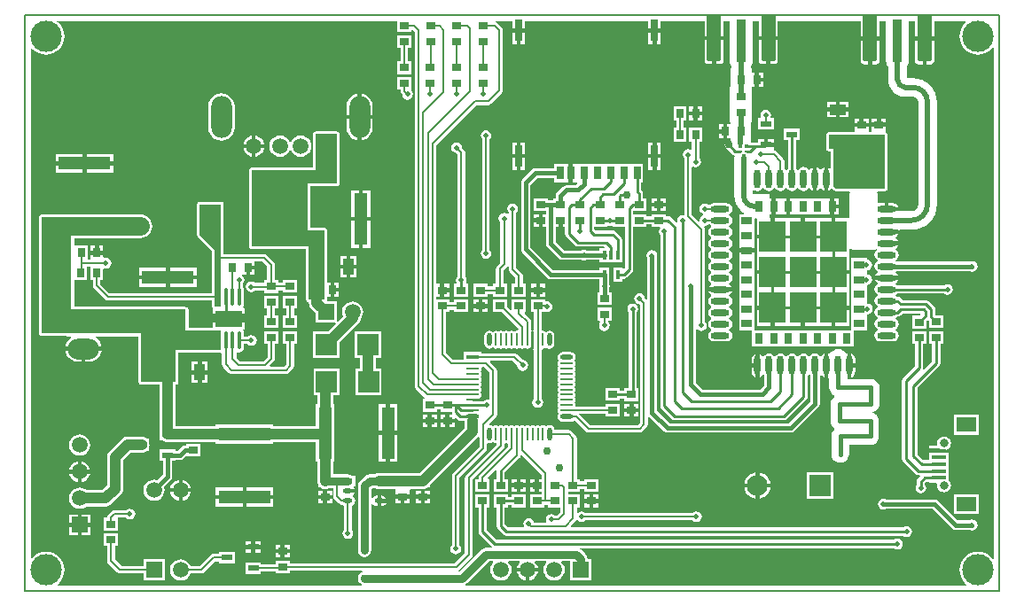
<source format=gtl>
%FSLAX25Y25*%
%MOIN*%
G70*
G01*
G75*
G04 Layer_Physical_Order=1*
G04 Layer_Color=255*
%ADD10C,0.02000*%
%ADD11R,0.07874X0.07874*%
%ADD12R,0.03347X0.02756*%
%ADD13R,0.02756X0.08268*%
%ADD14R,0.02559X0.04843*%
%ADD15R,0.19685X0.05118*%
%ADD16R,0.04724X0.09843*%
%ADD17R,0.09843X0.05906*%
%ADD18O,0.01378X0.06890*%
%ADD19R,0.01378X0.01181*%
%ADD20R,0.01378X0.00984*%
%ADD21R,0.01181X0.01181*%
%ADD22O,0.04724X0.00984*%
%ADD23R,0.04724X0.01772*%
%ADD24O,0.04724X0.01772*%
%ADD25O,0.00984X0.04724*%
%ADD26O,0.01772X0.04724*%
%ADD27R,0.07480X0.05512*%
%ADD28R,0.05315X0.01654*%
%ADD29R,0.03937X0.03150*%
%ADD30R,0.03150X0.03937*%
%ADD31R,0.09843X0.11811*%
%ADD32O,0.07087X0.02362*%
%ADD33O,0.02362X0.07087*%
%ADD34O,0.03543X0.01969*%
%ADD35R,0.03543X0.01969*%
%ADD36O,0.03543X0.01969*%
%ADD37R,0.01575X0.03347*%
%ADD38R,0.03937X0.02362*%
%ADD39R,0.02756X0.03347*%
G04:AMPARAMS|DCode=40|XSize=35.43mil|YSize=157.48mil|CornerRadius=1.77mil|HoleSize=0mil|Usage=FLASHONLY|Rotation=0.000|XOffset=0mil|YOffset=0mil|HoleType=Round|Shape=RoundedRectangle|*
%AMROUNDEDRECTD40*
21,1,0.03543,0.15394,0,0,0.0*
21,1,0.03189,0.15748,0,0,0.0*
1,1,0.00354,0.01595,-0.07697*
1,1,0.00354,-0.01595,-0.07697*
1,1,0.00354,-0.01595,0.07697*
1,1,0.00354,0.01595,0.07697*
%
%ADD40ROUNDEDRECTD40*%
%ADD41R,0.05906X0.03937*%
%ADD42R,0.05118X0.19685*%
%ADD43R,0.03937X0.05906*%
%ADD44C,0.04000*%
%ADD45C,0.01000*%
%ADD46C,0.01500*%
%ADD47C,0.00800*%
%ADD48C,0.03000*%
%ADD49C,0.07000*%
%ADD50R,0.16830X0.03653*%
%ADD51C,0.00500*%
%ADD52C,0.05906*%
%ADD53R,0.05906X0.05906*%
%ADD54C,0.11811*%
%ADD55O,0.07874X0.15748*%
%ADD56C,0.03228*%
%ADD57R,0.05906X0.05906*%
%ADD58C,0.07874*%
%ADD59R,0.07874X0.07874*%
%ADD60O,0.11811X0.07874*%
%ADD61R,0.11811X0.07874*%
G04:AMPARAMS|DCode=62|XSize=51.18mil|YSize=173.23mil|CornerRadius=2.56mil|HoleSize=0mil|Usage=FLASHONLY|Rotation=0.000|XOffset=0mil|YOffset=0mil|HoleType=Round|Shape=RoundedRectangle|*
%AMROUNDEDRECTD62*
21,1,0.05118,0.16811,0,0,0.0*
21,1,0.04606,0.17323,0,0,0.0*
1,1,0.00512,0.02303,-0.08406*
1,1,0.00512,-0.02303,-0.08406*
1,1,0.00512,-0.02303,0.08406*
1,1,0.00512,0.02303,0.08406*
%
%ADD62ROUNDEDRECTD62*%
%ADD63C,0.03000*%
%ADD64C,0.04000*%
%ADD65C,0.02000*%
%ADD66C,0.06000*%
G36*
X135073Y-116791D02*
Y-126980D01*
X134686Y-127297D01*
X134000Y-127161D01*
X133220Y-127316D01*
X132617Y-127719D01*
X132354D01*
X132037Y-127332D01*
X131960Y-127718D01*
X128655D01*
Y-126832D01*
X130526D01*
X131108Y-126717D01*
X131388Y-126530D01*
X131819D01*
X131663Y-126295D01*
X131931Y-125893D01*
X132047Y-125311D01*
X131931Y-124729D01*
X131663Y-124327D01*
X131931Y-123925D01*
X132047Y-123343D01*
X131931Y-122760D01*
X131663Y-122358D01*
X131931Y-121956D01*
X132047Y-121374D01*
X131931Y-120792D01*
X131663Y-120390D01*
X131931Y-119988D01*
X132047Y-119405D01*
X131931Y-118823D01*
X131663Y-118421D01*
X131931Y-118019D01*
X132047Y-117437D01*
X131931Y-116855D01*
X131663Y-116453D01*
X131931Y-116051D01*
X132047Y-115469D01*
X132017Y-115314D01*
X132334Y-114927D01*
X133209D01*
X135073Y-116791D01*
D02*
G37*
G36*
X100383Y11028D02*
X105729D01*
Y11978D01*
X106303D01*
X106973Y11309D01*
Y-116900D01*
X106973Y-116900D01*
X106973D01*
Y-122100D01*
X106973Y-122100D01*
X107081Y-122646D01*
X107391Y-123109D01*
X110602Y-126320D01*
X110786Y-126444D01*
X110641Y-126922D01*
X109927D01*
Y-131678D01*
X115273D01*
Y-130824D01*
X116583D01*
Y-131672D01*
X120743D01*
X120971Y-131900D01*
X120971Y-131900D01*
D01*
X121077Y-132436D01*
X120760Y-132822D01*
X120006D01*
Y-134450D01*
X121929D01*
Y-134145D01*
X122391Y-133954D01*
X123097Y-134660D01*
X123593Y-134992D01*
X124179Y-135108D01*
X125594D01*
X125674Y-135200D01*
Y-137847D01*
X108747Y-154774D01*
X93667D01*
X92884Y-154877D01*
X92154Y-155180D01*
X92061Y-155251D01*
X90000D01*
X89025Y-155445D01*
X88198Y-155998D01*
X86398Y-157798D01*
X85845Y-158624D01*
X85651Y-159600D01*
Y-161500D01*
Y-183800D01*
X85651Y-183800D01*
X85651D01*
X85845Y-184775D01*
X86398Y-185602D01*
X87225Y-186155D01*
X88200Y-186349D01*
X89175Y-186155D01*
X90002Y-185602D01*
X90555Y-184775D01*
X90749Y-183800D01*
Y-166525D01*
X91227Y-166379D01*
X91449Y-166711D01*
X92105Y-167149D01*
X92879Y-167303D01*
X92917D01*
Y-165281D01*
Y-163257D01*
X92879D01*
X92105Y-163411D01*
X91449Y-163850D01*
X91227Y-164181D01*
X90749Y-164036D01*
Y-161500D01*
Y-160656D01*
X91056Y-160349D01*
X92061D01*
X92154Y-160421D01*
X92884Y-160723D01*
X93667Y-160826D01*
X99727D01*
Y-161322D01*
X99727D01*
Y-162950D01*
X105073D01*
Y-161322D01*
X105073D01*
Y-161179D01*
X105427Y-160826D01*
X110000D01*
X110783Y-160723D01*
X111513Y-160421D01*
X111829Y-160178D01*
X112673D01*
Y-159406D01*
X130840Y-141240D01*
X130840Y-141240D01*
X130899Y-141162D01*
X131373Y-141323D01*
Y-144909D01*
X121391Y-154891D01*
X121081Y-155354D01*
X120973Y-155900D01*
X120973Y-155900D01*
Y-181848D01*
X120958Y-181858D01*
X120516Y-182520D01*
X120361Y-183300D01*
X120516Y-184080D01*
X120958Y-184742D01*
X121620Y-185184D01*
X122400Y-185339D01*
X123180Y-185184D01*
X123842Y-184742D01*
X124284Y-184080D01*
X124439Y-183300D01*
X124284Y-182520D01*
X123842Y-181858D01*
X123827Y-181848D01*
Y-156491D01*
X133809Y-146509D01*
X133809Y-146509D01*
X134119Y-146046D01*
X134119Y-146046D01*
X134119Y-146046D01*
X134227Y-145500D01*
X134227Y-145500D01*
Y-143684D01*
X134614Y-143367D01*
X135152Y-143474D01*
X135888Y-143328D01*
X136410Y-142979D01*
X136439Y-143021D01*
X136932Y-143350D01*
X137514Y-143466D01*
X137669Y-143436D01*
X137808Y-143550D01*
X137832Y-144049D01*
X126291Y-155591D01*
X125981Y-156054D01*
X125873Y-156600D01*
X125873Y-156600D01*
Y-184909D01*
X122103Y-188678D01*
X59929D01*
Y-187728D01*
X54583D01*
Y-189073D01*
X49224D01*
Y-188319D01*
X43287D01*
Y-192681D01*
X49224D01*
Y-191927D01*
X54583D01*
Y-192483D01*
X59929D01*
Y-191533D01*
X87248D01*
X87297Y-192031D01*
X87225Y-192045D01*
X86398Y-192598D01*
X85845Y-193424D01*
X85651Y-194400D01*
X85845Y-195376D01*
X86398Y-196202D01*
X87063Y-196647D01*
X86918Y-197125D01*
X-27144D01*
X-27312Y-196655D01*
X-26719Y-196168D01*
X-25857Y-195116D01*
X-25215Y-193917D01*
X-24820Y-192615D01*
X-24687Y-191261D01*
X-24820Y-189908D01*
X-25215Y-188606D01*
X-25857Y-187406D01*
X-26719Y-186355D01*
X-27771Y-185492D01*
X-28971Y-184851D01*
X-30272Y-184456D01*
X-31626Y-184323D01*
X-32980Y-184456D01*
X-34281Y-184851D01*
X-35481Y-185492D01*
X-36533Y-186355D01*
X-36855Y-186748D01*
X-37326Y-186579D01*
Y4844D01*
X-36855Y5012D01*
X-36533Y4619D01*
X-35481Y3757D01*
X-34281Y3115D01*
X-32980Y2720D01*
X-31626Y2587D01*
X-30272Y2720D01*
X-28971Y3115D01*
X-27771Y3757D01*
X-26719Y4619D01*
X-25857Y5671D01*
X-25215Y6871D01*
X-24820Y8172D01*
X-24687Y9526D01*
X-24820Y10880D01*
X-25215Y12181D01*
X-25857Y13381D01*
X-26719Y14433D01*
X-27771Y15295D01*
X-27763Y15326D01*
X100383D01*
Y11028D01*
D02*
G37*
G36*
X314376Y14855D02*
X313861Y14433D01*
X312998Y13381D01*
X312357Y12181D01*
X311962Y10880D01*
X311829Y9526D01*
X311962Y8172D01*
X312357Y6871D01*
X312998Y5671D01*
X313861Y4619D01*
X314913Y3757D01*
X316112Y3115D01*
X317414Y2720D01*
X318768Y2587D01*
X320121Y2720D01*
X321423Y3115D01*
X322623Y3757D01*
X323674Y4619D01*
X324355Y5449D01*
X324826Y5280D01*
Y-187016D01*
X324355Y-187184D01*
X323674Y-186355D01*
X322623Y-185492D01*
X321423Y-184851D01*
X320121Y-184456D01*
X318768Y-184323D01*
X317414Y-184456D01*
X316112Y-184851D01*
X314913Y-185492D01*
X313861Y-186355D01*
X312998Y-187406D01*
X312357Y-188606D01*
X311962Y-189908D01*
X311829Y-191261D01*
X311962Y-192615D01*
X312357Y-193917D01*
X312998Y-195116D01*
X313861Y-196168D01*
X314454Y-196655D01*
X314286Y-197125D01*
X126182D01*
X126037Y-196647D01*
X126702Y-196202D01*
X134956Y-187949D01*
X136347D01*
X136568Y-188397D01*
X135947Y-189207D01*
X135549Y-190168D01*
X135413Y-191200D01*
X135549Y-192232D01*
X135947Y-193193D01*
X136581Y-194019D01*
X137407Y-194653D01*
X138368Y-195051D01*
X139400Y-195187D01*
X140432Y-195051D01*
X141393Y-194653D01*
X142219Y-194019D01*
X142853Y-193193D01*
X143251Y-192232D01*
X143387Y-191200D01*
X143251Y-190168D01*
X142853Y-189207D01*
X142219Y-188381D01*
X142366Y-187949D01*
X146347D01*
X146568Y-188397D01*
X145947Y-189207D01*
X145549Y-190168D01*
X145512Y-190450D01*
X153288D01*
X153251Y-190168D01*
X152853Y-189207D01*
X152219Y-188381D01*
X152366Y-187949D01*
X156347D01*
X156568Y-188397D01*
X155947Y-189207D01*
X155549Y-190168D01*
X155413Y-191200D01*
X155549Y-192232D01*
X155947Y-193193D01*
X156581Y-194019D01*
X157407Y-194653D01*
X158368Y-195051D01*
X159400Y-195187D01*
X160432Y-195051D01*
X161393Y-194653D01*
X162219Y-194019D01*
X162853Y-193193D01*
X163251Y-192232D01*
X163387Y-191200D01*
X163251Y-190168D01*
X162853Y-189207D01*
X162219Y-188381D01*
X162366Y-187949D01*
X165447D01*
Y-195153D01*
X173353D01*
Y-187247D01*
X171949D01*
Y-187000D01*
X171755Y-186024D01*
X171202Y-185198D01*
X169602Y-183598D01*
X168775Y-183045D01*
D01*
X168775D01*
X168777Y-183029D01*
X287189D01*
X287720Y-183384D01*
X288500Y-183539D01*
X289280Y-183384D01*
X289942Y-182942D01*
X290384Y-182280D01*
X290539Y-181500D01*
X290384Y-180720D01*
X289942Y-180058D01*
X289280Y-179616D01*
X288500Y-179461D01*
X287720Y-179616D01*
X287189Y-179971D01*
X137833D01*
X134085Y-176222D01*
Y-167678D01*
X135229D01*
Y-162922D01*
X129883D01*
Y-167678D01*
X131026D01*
Y-176856D01*
X131143Y-177441D01*
X131474Y-177937D01*
X135926Y-182389D01*
X135735Y-182851D01*
X133900D01*
X132924Y-183045D01*
X132098Y-183598D01*
X123896Y-191799D01*
X123411Y-191678D01*
X123318Y-191373D01*
X123704Y-191115D01*
X128309Y-186509D01*
X128309Y-186509D01*
X128619Y-186046D01*
X128727Y-185500D01*
Y-157191D01*
X140492Y-145427D01*
X140492Y-145427D01*
X140677Y-145149D01*
X140802Y-144964D01*
X140910Y-144417D01*
Y-143753D01*
X141297Y-143436D01*
X141451Y-143466D01*
X141606Y-143436D01*
X141992Y-143753D01*
Y-144989D01*
X131547Y-155435D01*
X131237Y-155898D01*
X131129Y-156444D01*
X131129Y-156444D01*
Y-157017D01*
X129883D01*
Y-161772D01*
X135229D01*
Y-157017D01*
X134655D01*
X134464Y-156555D01*
X137454Y-153565D01*
X137895Y-153800D01*
X137827Y-154144D01*
Y-157017D01*
X136683D01*
Y-161772D01*
X142029D01*
Y-157017D01*
X140885D01*
Y-154633D01*
X146397Y-149121D01*
X146398Y-149121D01*
X146707Y-148658D01*
X146795Y-148218D01*
X147273Y-148073D01*
X154773Y-155572D01*
Y-157017D01*
X153706D01*
Y-159396D01*
Y-161772D01*
X154773D01*
Y-162922D01*
X150283D01*
Y-167678D01*
X155629D01*
Y-166727D01*
X157083D01*
Y-167678D01*
X161773D01*
Y-169609D01*
X160597Y-170784D01*
X159752D01*
X159742Y-170770D01*
X159080Y-170328D01*
X158300Y-170173D01*
X157520Y-170328D01*
X156858Y-170770D01*
X156416Y-171432D01*
X156261Y-172212D01*
X156415Y-172986D01*
X156098Y-173373D01*
X151854D01*
X151784Y-173020D01*
X151342Y-172358D01*
X150680Y-171916D01*
X149900Y-171761D01*
X149120Y-171916D01*
X148458Y-172358D01*
X148016Y-173020D01*
X147861Y-173800D01*
X148016Y-174580D01*
X148183Y-174830D01*
X147947Y-175271D01*
X141934D01*
X140885Y-174222D01*
Y-167678D01*
X142029D01*
Y-166829D01*
X143483D01*
Y-167678D01*
X148829D01*
Y-162922D01*
X143483D01*
Y-163771D01*
X142029D01*
Y-162922D01*
X136683D01*
Y-167678D01*
X137827D01*
Y-174856D01*
X137943Y-175441D01*
X138275Y-175937D01*
X140219Y-177881D01*
X140715Y-178213D01*
X140812Y-178232D01*
X141300Y-178329D01*
X290689D01*
X291220Y-178684D01*
X292000Y-178839D01*
X292780Y-178684D01*
X293442Y-178242D01*
X293884Y-177580D01*
X294039Y-176800D01*
X293884Y-176020D01*
X293442Y-175358D01*
X292780Y-174916D01*
X292000Y-174761D01*
X291220Y-174916D01*
X290689Y-175271D01*
X165901D01*
X165710Y-174809D01*
X167565Y-172953D01*
X167565Y-172953D01*
X167816Y-172579D01*
X168316Y-172579D01*
X168358Y-172642D01*
X169020Y-173084D01*
X169800Y-173239D01*
X170580Y-173084D01*
X171242Y-172642D01*
X171252Y-172627D01*
X211448D01*
X211458Y-172642D01*
X212120Y-173084D01*
X212900Y-173239D01*
X213680Y-173084D01*
X214342Y-172642D01*
X214784Y-171980D01*
X214939Y-171200D01*
X214784Y-170420D01*
X214342Y-169758D01*
X213680Y-169316D01*
X212900Y-169161D01*
X212120Y-169316D01*
X211458Y-169758D01*
X211448Y-169773D01*
X171252D01*
X171242Y-169758D01*
X170580Y-169316D01*
X169800Y-169161D01*
X169020Y-169316D01*
X168424Y-169714D01*
X167983Y-169478D01*
Y-169344D01*
Y-167678D01*
X169229D01*
Y-162922D01*
X164627D01*
Y-161772D01*
X169229D01*
Y-160822D01*
X170683D01*
Y-161772D01*
X176029D01*
Y-157017D01*
X170683D01*
Y-157967D01*
X169229D01*
Y-157017D01*
X167983D01*
Y-141656D01*
X167983Y-141656D01*
X167875Y-141110D01*
X167565Y-140647D01*
X167565Y-140647D01*
X165984Y-139066D01*
X165521Y-138756D01*
X164975Y-138647D01*
X164975Y-138647D01*
X159516D01*
Y-138598D01*
X159369Y-137863D01*
X158952Y-137239D01*
X158329Y-136822D01*
X157593Y-136676D01*
X156857Y-136822D01*
X156335Y-137171D01*
X156306Y-137129D01*
X155813Y-136799D01*
X155231Y-136683D01*
X154648Y-136799D01*
X154246Y-137068D01*
X153844Y-136799D01*
X153262Y-136683D01*
X152680Y-136799D01*
X152278Y-137068D01*
X151876Y-136799D01*
X151294Y-136683D01*
X150712Y-136799D01*
X150310Y-137068D01*
X149907Y-136799D01*
X149325Y-136683D01*
X148743Y-136799D01*
X148341Y-137068D01*
X147939Y-136799D01*
X147357Y-136683D01*
X146774Y-136799D01*
X146372Y-137068D01*
X145970Y-136799D01*
X145388Y-136683D01*
X144806Y-136799D01*
X144404Y-137068D01*
X144002Y-136799D01*
X143420Y-136683D01*
X142838Y-136799D01*
X142436Y-137068D01*
X142033Y-136799D01*
X141451Y-136683D01*
X140869Y-136799D01*
X140467Y-137068D01*
X140065Y-136799D01*
X139483Y-136683D01*
X138900Y-136799D01*
X138498Y-137068D01*
X138096Y-136799D01*
X137514Y-136683D01*
X136932Y-136799D01*
X136439Y-137129D01*
X136410Y-137171D01*
X135888Y-136822D01*
X135152Y-136676D01*
X135023Y-136434D01*
X137509Y-133947D01*
X137819Y-133484D01*
X137927Y-132938D01*
X137927Y-132938D01*
Y-116200D01*
X137927Y-116200D01*
X137819Y-115654D01*
X137509Y-115191D01*
X137509Y-115191D01*
X135346Y-113027D01*
X135537Y-112565D01*
X143846D01*
X145564Y-114283D01*
X145561Y-114300D01*
X145716Y-115080D01*
X146158Y-115742D01*
X146820Y-116184D01*
X147600Y-116339D01*
X148380Y-116184D01*
X149042Y-115742D01*
X149484Y-115080D01*
X149639Y-114300D01*
X149484Y-113520D01*
X149042Y-112858D01*
X148380Y-112416D01*
X147600Y-112261D01*
X147583Y-112264D01*
X145447Y-110128D01*
X144984Y-109819D01*
X144438Y-109710D01*
X144438Y-109710D01*
X132018D01*
Y-109252D01*
X125294D01*
Y-112073D01*
X121291D01*
X118683Y-109465D01*
Y-94278D01*
X119929D01*
Y-93327D01*
X121823D01*
Y-94278D01*
X127169D01*
Y-89522D01*
X121823D01*
Y-90473D01*
X119929D01*
Y-89522D01*
X115227D01*
Y-88372D01*
X116506D01*
Y-85996D01*
Y-83617D01*
X115227D01*
Y-31491D01*
X130391Y-16327D01*
X134600D01*
X134600Y-16327D01*
X135146Y-16219D01*
X135609Y-15909D01*
X139609Y-11909D01*
X139609Y-11909D01*
X139795Y-11632D01*
X139919Y-11446D01*
X140027Y-10900D01*
X140027Y-10900D01*
X140027Y-10900D01*
Y-10900D01*
Y11900D01*
X140027Y11900D01*
X140027Y11900D01*
Y11900D01*
X140027D01*
X140027Y11900D01*
X139919Y12446D01*
X139795Y12632D01*
X139609Y12909D01*
X139609Y12909D01*
X138104Y14415D01*
X137641Y14724D01*
X137094Y14833D01*
Y14972D01*
X137448Y15326D01*
X143651D01*
Y12452D01*
X148407D01*
Y15326D01*
X194793D01*
Y12452D01*
X199549D01*
Y15326D01*
X215936D01*
Y9537D01*
X218770D01*
Y15325D01*
X220270D01*
Y9537D01*
X223103D01*
Y15326D01*
X225461D01*
Y303D01*
X225553Y-396D01*
X225823Y-1047D01*
X226226Y-1572D01*
Y-2627D01*
X225878D01*
Y-9317D01*
X225427D01*
Y-17072D01*
Y-22978D01*
X225722D01*
Y-23627D01*
X224445D01*
Y-26301D01*
Y-28973D01*
X225722D01*
Y-29520D01*
X225336Y-29837D01*
X225000Y-29771D01*
X224415Y-29887D01*
X223919Y-30219D01*
X223587Y-30715D01*
X223471Y-31300D01*
X223587Y-31885D01*
X223919Y-32381D01*
X226345Y-34808D01*
X226379Y-34831D01*
Y-34947D01*
X226553D01*
X226841Y-35140D01*
X227196Y-35210D01*
X227290Y-35386D01*
X227170Y-36300D01*
Y-50500D01*
X227164D01*
X227307Y-51954D01*
X227731Y-53352D01*
X228420Y-54640D01*
X229347Y-55769D01*
X230476Y-56696D01*
X230865Y-56904D01*
X230744Y-57389D01*
X228923D01*
Y-62539D01*
X228923Y-62539D01*
X228923Y-62901D01*
X228923D01*
Y-68050D01*
X228923Y-68050D01*
X228923Y-68413D01*
X228923D01*
Y-70237D01*
X234860D01*
Y-68413D01*
D01*
Y-68413D01*
X234860Y-68413D01*
Y-68050D01*
X234860D01*
Y-62901D01*
D01*
Y-62901D01*
X234860Y-62901D01*
Y-62539D01*
X234860D01*
Y-59132D01*
X235322Y-58940D01*
X235620Y-59238D01*
Y-65083D01*
X240791D01*
Y-58928D01*
X240541D01*
X240498Y-58884D01*
X240498Y-58574D01*
X240498Y-58574D01*
X240498D01*
Y-57384D01*
X241185D01*
Y-54417D01*
Y-51447D01*
X240498D01*
Y-49947D01*
X234230D01*
Y-48625D01*
X234671Y-48389D01*
X234981Y-48596D01*
X235832Y-48766D01*
X236683Y-48596D01*
X237405Y-48114D01*
X237748Y-47601D01*
X238248D01*
X238590Y-48114D01*
X239312Y-48596D01*
X240163Y-48766D01*
X241014Y-48596D01*
X241735Y-48114D01*
X242078Y-47601D01*
X242578D01*
X242921Y-48114D01*
X243643Y-48596D01*
X244494Y-48766D01*
X245345Y-48596D01*
X246066Y-48114D01*
X246409Y-47601D01*
X246909D01*
X247252Y-48114D01*
X247973Y-48596D01*
X248824Y-48766D01*
X249675Y-48596D01*
X250397Y-48114D01*
X250740Y-47601D01*
X251240D01*
X251583Y-48114D01*
X252304Y-48596D01*
X253155Y-48766D01*
X254006Y-48596D01*
X254728Y-48114D01*
X255070Y-47601D01*
X255570D01*
X255913Y-48114D01*
X256635Y-48596D01*
X256736Y-48616D01*
Y-44181D01*
Y-39743D01*
X256635Y-39763D01*
X255913Y-40245D01*
X255570Y-40758D01*
X255070D01*
X254728Y-40245D01*
X254006Y-39763D01*
X253155Y-39594D01*
X252304Y-39763D01*
X251583Y-40245D01*
X251240Y-40758D01*
X250740D01*
X250397Y-40245D01*
X250354Y-40216D01*
Y-29518D01*
X251811D01*
Y-25156D01*
X245874D01*
Y-29518D01*
X247295D01*
Y-40216D01*
X247252Y-40245D01*
X246909Y-40758D01*
X246409D01*
X246066Y-40245D01*
X245921Y-40148D01*
Y-37394D01*
X245921Y-37394D01*
X245812Y-36847D01*
X245503Y-36384D01*
X245503Y-36384D01*
X243009Y-33891D01*
X242546Y-33581D01*
X242159Y-33504D01*
Y-33504D01*
X242159D01*
X242000Y-33473D01*
X241968Y-33315D01*
Y-32024D01*
X238999D01*
Y-31275D01*
X238250D01*
Y-29093D01*
X236032D01*
Y-30327D01*
X233521D01*
Y-30266D01*
X233478D01*
Y-22978D01*
X233773D01*
Y-17072D01*
Y-9473D01*
X234911D01*
Y-6801D01*
Y-4127D01*
X233634D01*
Y-2627D01*
X233286D01*
Y-1572D01*
X233689Y-1047D01*
X233959Y-396D01*
X234051Y303D01*
Y15326D01*
X236408D01*
Y9537D01*
X239242D01*
Y15325D01*
X240742D01*
Y9537D01*
X243576D01*
Y15326D01*
X274636D01*
Y9437D01*
X277470D01*
Y15325D01*
X278970D01*
Y9437D01*
X281803D01*
Y15326D01*
X284161D01*
Y203D01*
X284253Y-496D01*
X284523Y-1147D01*
X284926Y-1672D01*
Y-6656D01*
X284924D01*
X285051Y-7939D01*
X285425Y-9172D01*
X286033Y-10309D01*
X286850Y-11306D01*
X287847Y-12123D01*
X288984Y-12731D01*
X290217Y-13105D01*
X291500Y-13232D01*
Y-13230D01*
X294300D01*
X294356Y-13223D01*
X295061Y-13363D01*
X295706Y-13794D01*
X296137Y-14439D01*
X296277Y-15144D01*
X296270Y-15200D01*
Y-53762D01*
X296281Y-53845D01*
X296110Y-54706D01*
X295575Y-55506D01*
X294775Y-56040D01*
X293914Y-56212D01*
X293831Y-56201D01*
X289275D01*
X288958Y-55814D01*
X288891Y-56150D01*
X287791D01*
X287777Y-56144D01*
X286816Y-56018D01*
X284453D01*
Y-55401D01*
X283704D01*
Y-53176D01*
X282092D01*
X281537Y-53287D01*
X281150Y-52969D01*
Y-49967D01*
X281057Y-49499D01*
X280831Y-49161D01*
X281067Y-48720D01*
X283700D01*
X284090Y-48642D01*
X284421Y-48421D01*
X284642Y-48090D01*
X284720Y-47700D01*
Y-27500D01*
X284642Y-27110D01*
X284421Y-26779D01*
X284090Y-26558D01*
X283700Y-26480D01*
Y-26426D01*
X284054Y-26072D01*
X284229D01*
Y-24444D01*
X278883D01*
Y-26072D01*
X278883D01*
Y-26127D01*
X278529Y-26480D01*
X277629D01*
Y-26480D01*
Y-26172D01*
X277629Y-26127D01*
X277629Y-26127D01*
X277629D01*
Y-24544D01*
X272283D01*
Y-26127D01*
X272283Y-26127D01*
X272283D01*
X272283Y-26172D01*
X271975Y-26480D01*
X262700D01*
X262310Y-26558D01*
X261979Y-26779D01*
X261758Y-27110D01*
X261680Y-27500D01*
Y-32700D01*
X261758Y-33090D01*
X261979Y-33421D01*
X262310Y-33642D01*
X262700Y-33720D01*
X263480D01*
Y-39776D01*
X263039Y-40011D01*
X262667Y-39763D01*
X262566Y-39743D01*
Y-44181D01*
Y-48616D01*
X262667Y-48596D01*
X263389Y-48114D01*
X263564Y-47852D01*
X264061Y-47803D01*
X264679Y-48421D01*
X265010Y-48642D01*
X265400Y-48720D01*
X265916D01*
X266147Y-48766D01*
X266379Y-48720D01*
X270247D01*
X270478Y-48766D01*
X270602Y-49389D01*
X270529Y-49499D01*
X270436Y-49967D01*
Y-58928D01*
X270436D01*
X270297D01*
X270082Y-58928D01*
X270082Y-58928D01*
Y-58928D01*
X265126D01*
Y-65834D01*
X263626D01*
Y-58928D01*
X253708D01*
Y-65834D01*
X252208D01*
Y-58928D01*
X242291D01*
Y-65834D01*
X241542D01*
Y-66583D01*
X235620D01*
Y-72738D01*
Y-78469D01*
X241542D01*
Y-79969D01*
X235620D01*
Y-86124D01*
Y-91855D01*
X241542D01*
Y-92604D01*
X242291D01*
Y-99510D01*
X252208D01*
Y-92604D01*
X253708D01*
Y-99510D01*
X263626D01*
Y-92604D01*
X264375D01*
Y-91855D01*
X270297D01*
Y-86124D01*
Y-79969D01*
X264375D01*
Y-78469D01*
X270297D01*
Y-72738D01*
Y-70438D01*
X270775Y-70293D01*
X270794Y-70320D01*
X271191Y-70586D01*
X271659Y-70679D01*
X279927D01*
X280395Y-70586D01*
X280592Y-70454D01*
X281033Y-70690D01*
Y-70807D01*
X280520Y-71150D01*
X280037Y-71872D01*
X279868Y-72723D01*
X280037Y-73574D01*
X280520Y-74295D01*
X281033Y-74638D01*
Y-75138D01*
X280520Y-75481D01*
X280037Y-76203D01*
X279868Y-77054D01*
X280037Y-77905D01*
X280520Y-78626D01*
X281033Y-78969D01*
Y-79469D01*
X280520Y-79812D01*
X280037Y-80533D01*
X280017Y-80634D01*
X288891D01*
X288871Y-80533D01*
X288389Y-79812D01*
X287667Y-79330D01*
Y-79108D01*
X288072Y-78838D01*
X315617D01*
X315766Y-78938D01*
X316546Y-79093D01*
X317327Y-78938D01*
X317988Y-78496D01*
X318430Y-77834D01*
X318586Y-77054D01*
X318430Y-76273D01*
X317988Y-75612D01*
X317327Y-75170D01*
X316546Y-75014D01*
X315766Y-75170D01*
X315617Y-75269D01*
X288072D01*
X287667Y-74999D01*
Y-74777D01*
X288389Y-74295D01*
X288871Y-73574D01*
X289040Y-72723D01*
X288871Y-71872D01*
X288389Y-71150D01*
X287667Y-70668D01*
Y-70447D01*
X288389Y-69965D01*
X288871Y-69243D01*
X288891Y-69142D01*
X284453D01*
Y-67642D01*
X288891D01*
X288871Y-67541D01*
X288389Y-66820D01*
X287667Y-66338D01*
Y-66116D01*
X288389Y-65634D01*
X288871Y-64912D01*
X288891Y-64811D01*
X284453D01*
Y-63444D01*
X286816D01*
X287777Y-63317D01*
X287792Y-63311D01*
X288891D01*
X288958Y-63647D01*
X289275Y-63261D01*
X293831D01*
Y-63277D01*
X295687Y-63094D01*
X297472Y-62552D01*
X299117Y-61673D01*
X300559Y-60490D01*
X301742Y-59048D01*
X302622Y-57403D01*
X303163Y-55618D01*
X303346Y-53762D01*
X303330D01*
Y-15200D01*
X303344D01*
X303170Y-13436D01*
X302655Y-11739D01*
X301819Y-10176D01*
X300695Y-8805D01*
X299324Y-7681D01*
X297761Y-6845D01*
X296064Y-6330D01*
X294300Y-6157D01*
Y-6170D01*
X291986D01*
Y-1672D01*
X292389Y-1147D01*
X292659Y-496D01*
X292751Y203D01*
Y15326D01*
X295109D01*
Y9437D01*
X297942D01*
Y15325D01*
X299442D01*
Y9437D01*
X302276D01*
Y15326D01*
X314207D01*
X314376Y14855D01*
D02*
G37*
G36*
X283700Y-47700D02*
X265400D01*
X264500Y-46800D01*
Y-32800D01*
X264400Y-32700D01*
X262700D01*
Y-27500D01*
X283700D01*
Y-47700D01*
D02*
G37*
%LPC*%
G36*
X111850Y-132828D02*
X109927D01*
Y-134456D01*
X111850D01*
Y-132828D01*
D02*
G37*
G36*
X115273D02*
X113350D01*
Y-134456D01*
X115273D01*
Y-132828D01*
D02*
G37*
G36*
Y-135956D02*
X113350D01*
Y-137583D01*
X115273D01*
Y-135956D01*
D02*
G37*
G36*
X118506Y-135950D02*
X116583D01*
Y-137578D01*
X118506D01*
Y-135950D01*
D02*
G37*
G36*
X121929D02*
X120006D01*
Y-137578D01*
X121929D01*
Y-135950D01*
D02*
G37*
G36*
X118506Y-132822D02*
X116583D01*
Y-134450D01*
X118506D01*
Y-132822D01*
D02*
G37*
G36*
X191229Y-128828D02*
X189306D01*
Y-130456D01*
X191229D01*
Y-128828D01*
D02*
G37*
G36*
X94385Y-101563D02*
X84511D01*
Y-111437D01*
X86422D01*
Y-115563D01*
X84663D01*
Y-125437D01*
X94537D01*
Y-115563D01*
X92474D01*
Y-111437D01*
X94385D01*
Y-101563D01*
D02*
G37*
G36*
X187806Y-128828D02*
X185883D01*
Y-130456D01*
X187806D01*
Y-128828D01*
D02*
G37*
G36*
Y-131956D02*
X185883D01*
Y-133583D01*
X187806D01*
Y-131956D01*
D02*
G37*
G36*
X191229D02*
X189306D01*
Y-133583D01*
X191229D01*
Y-131956D01*
D02*
G37*
G36*
X96206Y-140450D02*
X93397D01*
Y-150542D01*
X96206D01*
Y-140450D01*
D02*
G37*
G36*
X100515D02*
X97706D01*
Y-150542D01*
X100515D01*
Y-140450D01*
D02*
G37*
G36*
X-18944Y-140313D02*
X-19976Y-140449D01*
X-20937Y-140847D01*
X-21763Y-141481D01*
X-22397Y-142307D01*
X-22795Y-143268D01*
X-22931Y-144300D01*
X-22795Y-145332D01*
X-22397Y-146293D01*
X-21763Y-147119D01*
X-20937Y-147753D01*
X-19976Y-148151D01*
X-18944Y-148287D01*
X-17912Y-148151D01*
X-16951Y-147753D01*
X-16125Y-147119D01*
X-15491Y-146293D01*
X-15093Y-145332D01*
X-14957Y-144300D01*
X-15093Y-143268D01*
X-15491Y-142307D01*
X-16125Y-141481D01*
X-16951Y-140847D01*
X-17912Y-140449D01*
X-18944Y-140313D01*
D02*
G37*
G36*
X-15056Y-155050D02*
X-18194D01*
Y-158188D01*
X-17912Y-158151D01*
X-16951Y-157753D01*
X-16125Y-157119D01*
X-15491Y-156293D01*
X-15093Y-155332D01*
X-15056Y-155050D01*
D02*
G37*
G36*
X-19694Y-150412D02*
X-19976Y-150449D01*
X-20937Y-150847D01*
X-21763Y-151481D01*
X-22397Y-152307D01*
X-22795Y-153268D01*
X-22832Y-153550D01*
X-19694D01*
Y-150412D01*
D02*
G37*
G36*
X-18194D02*
Y-153550D01*
X-15056D01*
X-15093Y-153268D01*
X-15491Y-152307D01*
X-16125Y-151481D01*
X-16951Y-150847D01*
X-17912Y-150449D01*
X-18194Y-150412D01*
D02*
G37*
G36*
X96206Y-128858D02*
X93397D01*
Y-138950D01*
X96206D01*
Y-128858D01*
D02*
G37*
G36*
X100515D02*
X97706D01*
Y-138950D01*
X100515D01*
Y-128858D01*
D02*
G37*
G36*
X111850Y-135956D02*
X109927D01*
Y-137583D01*
X111850D01*
Y-135956D01*
D02*
G37*
G36*
X306023Y-140989D02*
X305340Y-141079D01*
X304704Y-141342D01*
X304158Y-141762D01*
X303739Y-142308D01*
X303476Y-142944D01*
X303386Y-143626D01*
X303459Y-144179D01*
X303129Y-144555D01*
X300298D01*
Y-145632D01*
X304342D01*
X304704Y-145910D01*
X305340Y-146173D01*
X306023Y-146263D01*
X306705Y-146173D01*
X307341Y-145910D01*
X307613Y-145701D01*
Y-145701D01*
X307887Y-145490D01*
X308306Y-144944D01*
X308570Y-144308D01*
X308660Y-143626D01*
X308570Y-142944D01*
X308306Y-142308D01*
X307887Y-141762D01*
X307341Y-141342D01*
X306705Y-141079D01*
X306023Y-140989D01*
D02*
G37*
G36*
X26373Y-143822D02*
X21027D01*
Y-144089D01*
X20700Y-144416D01*
X20700D01*
Y-144416D01*
D01*
D01*
D01*
X20017Y-144552D01*
X19438Y-144938D01*
X19438Y-144938D01*
X18061Y-146316D01*
X17068D01*
Y-145919D01*
X11131D01*
Y-150281D01*
X12316D01*
Y-155361D01*
X10241Y-157436D01*
X10032Y-157349D01*
X9000Y-157213D01*
X7968Y-157349D01*
X7007Y-157747D01*
X6181Y-158381D01*
X5547Y-159207D01*
X5149Y-160168D01*
X5013Y-161200D01*
X5149Y-162232D01*
X5547Y-163193D01*
X6181Y-164019D01*
X7007Y-164653D01*
X7968Y-165051D01*
X9000Y-165187D01*
X10032Y-165051D01*
X10993Y-164653D01*
X11819Y-164019D01*
X12453Y-163193D01*
X12851Y-162232D01*
X12987Y-161200D01*
X12851Y-160168D01*
X12764Y-159959D01*
X15362Y-157362D01*
X15748Y-156783D01*
X15884Y-156100D01*
X15884Y-156100D01*
Y-150281D01*
X17068D01*
Y-149884D01*
X18800D01*
X19483Y-149749D01*
X20062Y-149362D01*
X20899Y-148525D01*
X21027Y-148578D01*
Y-148578D01*
X21027Y-148578D01*
X26373D01*
Y-143822D01*
D02*
G37*
G36*
X319228Y-132826D02*
X309747D01*
Y-140338D01*
X319228D01*
Y-132826D01*
D02*
G37*
G36*
X188965Y-90995D02*
X188185Y-91151D01*
X187523Y-91593D01*
X187081Y-92254D01*
X186926Y-93035D01*
X187081Y-93815D01*
X187436Y-94346D01*
Y-122922D01*
X185883D01*
Y-123771D01*
X183929D01*
Y-122817D01*
X178583D01*
Y-127572D01*
X183929D01*
Y-126829D01*
X185883D01*
Y-127678D01*
X191229D01*
Y-122922D01*
X190495D01*
Y-94346D01*
X190849Y-93815D01*
X191005Y-93035D01*
X190849Y-92254D01*
X190407Y-91593D01*
X189746Y-91151D01*
X188965Y-90995D01*
D02*
G37*
G36*
X55607Y-88155D02*
X50261D01*
Y-92911D01*
X51506D01*
Y-95455D01*
X50361D01*
Y-100211D01*
X55707D01*
Y-95455D01*
X54361D01*
Y-92911D01*
X55607D01*
Y-88155D01*
D02*
G37*
G36*
X62829Y-88122D02*
X57483D01*
Y-92878D01*
X58728D01*
Y-95422D01*
X57483D01*
Y-100178D01*
X62829D01*
Y-95422D01*
X61583D01*
Y-92878D01*
X62829D01*
Y-88122D01*
D02*
G37*
G36*
X240791Y-93355D02*
X235620D01*
Y-99510D01*
X240791D01*
Y-93355D01*
D02*
G37*
G36*
X266147Y-108183D02*
X265186Y-108310D01*
X264291Y-108681D01*
X263522Y-109271D01*
X262943Y-110025D01*
X262667Y-109842D01*
X262566Y-109821D01*
Y-110921D01*
X262561Y-110935D01*
X262434Y-111896D01*
Y-114259D01*
Y-116620D01*
X262561Y-117581D01*
X262566Y-117595D01*
Y-118695D01*
X262483Y-118712D01*
X262869Y-119029D01*
Y-122647D01*
X262869Y-122647D01*
X262869D01*
X262981Y-123496D01*
X263308Y-124286D01*
X263829Y-124965D01*
X264508Y-125486D01*
X264648Y-125544D01*
X264714Y-126040D01*
X264329Y-126335D01*
X263808Y-127014D01*
X263481Y-127804D01*
X263369Y-128653D01*
Y-135153D01*
X263369Y-135153D01*
X263369D01*
X263481Y-136001D01*
X263808Y-136792D01*
X264329Y-137471D01*
X264904Y-137912D01*
Y-138243D01*
X264802Y-138490D01*
X264682Y-138582D01*
X264161Y-139261D01*
X263834Y-140052D01*
X263722Y-140900D01*
Y-147700D01*
X263834Y-148548D01*
X264161Y-149339D01*
X264682Y-150018D01*
X265361Y-150539D01*
X266152Y-150866D01*
X267000Y-150978D01*
X267848Y-150866D01*
X268639Y-150539D01*
X269318Y-150018D01*
X269839Y-149339D01*
X270166Y-148548D01*
X270278Y-147700D01*
Y-144178D01*
X278300D01*
X279148Y-144066D01*
X279939Y-143739D01*
X280618Y-143218D01*
X281139Y-142539D01*
X281466Y-141748D01*
X281578Y-140900D01*
Y-135200D01*
X281466Y-134352D01*
X281235Y-133792D01*
X281139Y-133561D01*
X280913Y-133266D01*
X280618Y-132882D01*
X280571Y-132835D01*
X279892Y-132314D01*
X279497Y-132150D01*
X279101Y-131986D01*
X279101Y-131986D01*
X279101D01*
X279228Y-131842D01*
X279401Y-131819D01*
X280192Y-131492D01*
X280871Y-130971D01*
X281392Y-130292D01*
X281719Y-129501D01*
X281831Y-128653D01*
X281831Y-128653D01*
X281831Y-128653D01*
Y-128653D01*
Y-122647D01*
X281719Y-121799D01*
X281392Y-121008D01*
X280871Y-120329D01*
X280192Y-119808D01*
X279401Y-119481D01*
X278553Y-119369D01*
X269753D01*
X269584Y-118898D01*
X269812Y-118712D01*
X269728Y-118695D01*
Y-117596D01*
X269734Y-117581D01*
X269860Y-116620D01*
Y-114259D01*
Y-111896D01*
X269734Y-110935D01*
X269728Y-110921D01*
Y-109821D01*
X269627Y-109842D01*
X269352Y-110025D01*
X268773Y-109271D01*
X268004Y-108681D01*
X267108Y-108310D01*
X266147Y-108183D01*
D02*
G37*
G36*
X226293Y-86465D02*
X217419D01*
X217439Y-86566D01*
X217921Y-87287D01*
X218434Y-87630D01*
Y-88130D01*
X217921Y-88473D01*
X217439Y-89195D01*
X217270Y-90046D01*
X217439Y-90897D01*
X217921Y-91618D01*
X218434Y-91961D01*
Y-92461D01*
X217921Y-92804D01*
X217439Y-93525D01*
X217270Y-94376D01*
X217439Y-95227D01*
X217921Y-95949D01*
X218434Y-96292D01*
Y-96792D01*
X217921Y-97135D01*
X217439Y-97856D01*
X217270Y-98707D01*
X217439Y-99558D01*
X217921Y-100279D01*
X218434Y-100622D01*
Y-101122D01*
X217921Y-101465D01*
X217439Y-102187D01*
X217270Y-103038D01*
X217439Y-103889D01*
X217921Y-104610D01*
X218643Y-105092D01*
X219494Y-105262D01*
X224218D01*
X225069Y-105092D01*
X225791Y-104610D01*
X226273Y-103889D01*
X226442Y-103038D01*
X226273Y-102187D01*
X225791Y-101465D01*
X225069Y-100983D01*
Y-100761D01*
X225791Y-100279D01*
X226273Y-99558D01*
X226442Y-98707D01*
X226273Y-97856D01*
X225791Y-97135D01*
X225069Y-96652D01*
Y-96431D01*
X225791Y-95949D01*
X226273Y-95227D01*
X226442Y-94376D01*
X226273Y-93525D01*
X225791Y-92804D01*
X225069Y-92322D01*
Y-92100D01*
X225791Y-91618D01*
X226273Y-90897D01*
X226442Y-90046D01*
X226273Y-89195D01*
X225791Y-88473D01*
X225069Y-87991D01*
Y-87769D01*
X225791Y-87287D01*
X226273Y-86566D01*
X226293Y-86465D01*
D02*
G37*
G36*
X180973Y-92628D02*
X175627D01*
Y-97383D01*
X176541D01*
X176858Y-97858D01*
X176416Y-98520D01*
X176261Y-99300D01*
X176416Y-100080D01*
X176858Y-100742D01*
X177520Y-101184D01*
X178300Y-101339D01*
X179080Y-101184D01*
X179742Y-100742D01*
X180184Y-100080D01*
X180339Y-99300D01*
X180184Y-98520D01*
X179742Y-97858D01*
X179727Y-97848D01*
Y-97383D01*
X180973D01*
Y-92628D01*
D02*
G37*
G36*
X156129Y-89522D02*
X150783D01*
Y-94278D01*
X151835D01*
Y-100964D01*
X151449Y-101281D01*
X151835Y-101358D01*
Y-102299D01*
X151741Y-102772D01*
Y-104643D01*
Y-106512D01*
X151835Y-106984D01*
Y-107926D01*
X151449Y-108003D01*
X151835Y-108320D01*
Y-126786D01*
X151820Y-126796D01*
X151378Y-127457D01*
X151223Y-128238D01*
X151378Y-129018D01*
X151820Y-129680D01*
X152482Y-130122D01*
X153262Y-130277D01*
X154043Y-130122D01*
X154704Y-129680D01*
X155146Y-129018D01*
X155301Y-128238D01*
X155146Y-127457D01*
X154704Y-126796D01*
X154690Y-126786D01*
Y-108320D01*
X155076Y-108002D01*
X155231Y-108033D01*
X155813Y-107917D01*
X156306Y-107588D01*
X156335Y-107545D01*
X156857Y-107895D01*
X157593Y-108041D01*
X158329Y-107895D01*
X158952Y-107478D01*
X159369Y-106854D01*
X159516Y-106118D01*
Y-103165D01*
X159369Y-102429D01*
X158952Y-101806D01*
X158329Y-101389D01*
X157593Y-101243D01*
X156857Y-101389D01*
X156335Y-101738D01*
X156306Y-101696D01*
X155813Y-101366D01*
X155231Y-101250D01*
X155076Y-101281D01*
X154690Y-100964D01*
Y-94278D01*
X156129D01*
Y-94278D01*
X156377Y-94075D01*
X156700Y-94139D01*
X157480Y-93984D01*
X158142Y-93542D01*
X158584Y-92880D01*
X158739Y-92100D01*
X158584Y-91320D01*
X158142Y-90658D01*
X157480Y-90216D01*
X156700Y-90061D01*
X156516Y-90097D01*
X156129Y-89780D01*
Y-89522D01*
D02*
G37*
G36*
X148889D02*
X143543D01*
Y-93271D01*
X143081Y-93462D01*
X141649Y-92030D01*
Y-89522D01*
X136303D01*
Y-94278D01*
X139859D01*
X145929Y-100348D01*
Y-100964D01*
X145543Y-101281D01*
X145388Y-101250D01*
X144806Y-101366D01*
X144404Y-101635D01*
X144002Y-101366D01*
X143420Y-101250D01*
X142838Y-101366D01*
X142436Y-101635D01*
X142033Y-101366D01*
X141451Y-101250D01*
X140869Y-101366D01*
X140467Y-101635D01*
X140065Y-101366D01*
X139483Y-101250D01*
X138900Y-101366D01*
X138498Y-101635D01*
X138096Y-101366D01*
X137514Y-101250D01*
X136932Y-101366D01*
X136439Y-101696D01*
X136410Y-101738D01*
X135888Y-101389D01*
X135152Y-101243D01*
X134416Y-101389D01*
X133792Y-101806D01*
X133376Y-102429D01*
X133229Y-103165D01*
Y-106118D01*
X133376Y-106854D01*
X133792Y-107478D01*
X134416Y-107895D01*
X135152Y-108041D01*
X135888Y-107895D01*
X136410Y-107545D01*
X136439Y-107588D01*
X136932Y-107917D01*
X137514Y-108033D01*
X138096Y-107917D01*
X138498Y-107649D01*
X138900Y-107917D01*
X139483Y-108033D01*
X140065Y-107917D01*
X140467Y-107649D01*
X140869Y-107917D01*
X141451Y-108033D01*
X142033Y-107917D01*
X142436Y-107649D01*
X142838Y-107917D01*
X143420Y-108033D01*
X144002Y-107917D01*
X144404Y-107649D01*
X144806Y-107917D01*
X145388Y-108033D01*
X145970Y-107917D01*
X146372Y-107649D01*
X146774Y-107917D01*
X147357Y-108033D01*
X147939Y-107917D01*
X148341Y-107649D01*
X148743Y-107917D01*
X149325Y-108033D01*
X149907Y-107917D01*
X150310Y-107649D01*
X150544Y-107805D01*
Y-107374D01*
X150731Y-107094D01*
X150847Y-106512D01*
Y-104643D01*
Y-102772D01*
X150753Y-102299D01*
Y-101358D01*
X151139Y-101281D01*
X150753Y-100964D01*
Y-97804D01*
X150753Y-97804D01*
X150644Y-97258D01*
X150335Y-96794D01*
X148280Y-94740D01*
X148471Y-94278D01*
X148889D01*
Y-89522D01*
D02*
G37*
G36*
X153288Y-191950D02*
X150150D01*
Y-195088D01*
X150432Y-195051D01*
X151393Y-194653D01*
X152219Y-194019D01*
X152853Y-193193D01*
X153251Y-192232D01*
X153288Y-191950D01*
D02*
G37*
G36*
X270297Y-93355D02*
X265126D01*
Y-99510D01*
X270297D01*
Y-93355D01*
D02*
G37*
G36*
X130986Y-92650D02*
X129063D01*
Y-94278D01*
X130986D01*
Y-92650D01*
D02*
G37*
G36*
X134409D02*
X132486D01*
Y-94278D01*
X134409D01*
Y-92650D01*
D02*
G37*
G36*
X77800Y-26280D02*
X69800D01*
X69410Y-26358D01*
X69079Y-26579D01*
X68858Y-26910D01*
X68780Y-27300D01*
Y-39880D01*
X45800D01*
X45410Y-39958D01*
X45079Y-40179D01*
X44858Y-40510D01*
X44780Y-40900D01*
Y-69400D01*
X44858Y-69790D01*
X45079Y-70121D01*
X45410Y-70342D01*
X45800Y-70420D01*
X66180D01*
Y-89500D01*
X66258Y-89890D01*
X66479Y-90221D01*
X66810Y-90442D01*
X67169Y-90513D01*
Y-90694D01*
X67272Y-91478D01*
X67485Y-91994D01*
X67574Y-92207D01*
X68055Y-92834D01*
X69747Y-94526D01*
Y-98153D01*
X77115D01*
X77306Y-98615D01*
X74358Y-101563D01*
X68763D01*
Y-111437D01*
X78637D01*
Y-105842D01*
X85840Y-98640D01*
X85840Y-98640D01*
X86209Y-98159D01*
X86321Y-98013D01*
X86498Y-97585D01*
X86623Y-97283D01*
X86635Y-97192D01*
X86686Y-96801D01*
X87153Y-96193D01*
X87551Y-95232D01*
X87687Y-94200D01*
X87551Y-93168D01*
X87153Y-92207D01*
X86519Y-91381D01*
X85693Y-90747D01*
X84732Y-90349D01*
X83700Y-90213D01*
X82668Y-90349D01*
X81707Y-90747D01*
X80881Y-91381D01*
X80247Y-92207D01*
X79849Y-93168D01*
X79713Y-94200D01*
X79849Y-95232D01*
X80095Y-95826D01*
X78115Y-97806D01*
X77653Y-97615D01*
Y-90247D01*
X74576D01*
X74108Y-89935D01*
X74048Y-89861D01*
X74120Y-89500D01*
Y-88473D01*
X75350D01*
Y-85801D01*
Y-83127D01*
X74120D01*
Y-63400D01*
X74042Y-63010D01*
X73821Y-62679D01*
X73490Y-62458D01*
X73100Y-62380D01*
X67720D01*
Y-46820D01*
X77800D01*
X78190Y-46742D01*
X78521Y-46521D01*
X78742Y-46190D01*
X78820Y-45800D01*
Y-27300D01*
X78742Y-26910D01*
X78521Y-26579D01*
X78190Y-26358D01*
X77800Y-26280D01*
D02*
G37*
G36*
X235082Y-115008D02*
X233609D01*
Y-116620D01*
X233778Y-117471D01*
X234260Y-118193D01*
X234981Y-118675D01*
X235082Y-118695D01*
Y-115008D01*
D02*
G37*
G36*
X272702D02*
X271228D01*
Y-118695D01*
X271329Y-118675D01*
X272050Y-118193D01*
X272533Y-117471D01*
X272702Y-116620D01*
Y-115008D01*
D02*
G37*
G36*
X25450Y-112947D02*
X23232D01*
Y-116150D01*
X25450D01*
Y-112947D01*
D02*
G37*
G36*
Y-117650D02*
X23232D01*
Y-120853D01*
X25450D01*
Y-117650D01*
D02*
G37*
G36*
X29168D02*
X26950D01*
Y-120853D01*
X29168D01*
Y-117650D01*
D02*
G37*
G36*
X39382Y-184382D02*
X33445D01*
Y-185136D01*
X31437D01*
X30891Y-185244D01*
X30705Y-185368D01*
X30428Y-185554D01*
X30428Y-185554D01*
X26209Y-189773D01*
X22687D01*
X22453Y-189207D01*
X21819Y-188381D01*
X20993Y-187747D01*
X20032Y-187349D01*
X19000Y-187213D01*
X17968Y-187349D01*
X17007Y-187747D01*
X16181Y-188381D01*
X15547Y-189207D01*
X15149Y-190168D01*
X15013Y-191200D01*
X15149Y-192232D01*
X15547Y-193193D01*
X16181Y-194019D01*
X17007Y-194653D01*
X17968Y-195051D01*
X19000Y-195187D01*
X20032Y-195051D01*
X20993Y-194653D01*
X21819Y-194019D01*
X22453Y-193193D01*
X22687Y-192627D01*
X26800D01*
X26800Y-192627D01*
X27346Y-192519D01*
X27809Y-192209D01*
X32028Y-187990D01*
X33445D01*
Y-188744D01*
X39382D01*
Y-184382D01*
D02*
G37*
G36*
X271228Y-109821D02*
Y-113508D01*
X272702D01*
Y-111896D01*
X272533Y-111045D01*
X272050Y-110324D01*
X271329Y-109842D01*
X271228Y-109821D01*
D02*
G37*
G36*
X-18288Y-108750D02*
X-24387D01*
X-24316Y-109289D01*
X-23819Y-110490D01*
X-23027Y-111521D01*
X-21996Y-112312D01*
X-20795Y-112810D01*
X-19506Y-112980D01*
X-18288D01*
Y-108750D01*
D02*
G37*
G36*
X-10688D02*
X-16788D01*
Y-112980D01*
X-15569D01*
X-14280Y-112810D01*
X-13080Y-112312D01*
X-12048Y-111521D01*
X-11257Y-110490D01*
X-10759Y-109289D01*
X-10688Y-108750D01*
D02*
G37*
G36*
X29168Y-112947D02*
X26950D01*
Y-116150D01*
X29168D01*
Y-112947D01*
D02*
G37*
G36*
X305773Y-101428D02*
X300427D01*
Y-106184D01*
X301571D01*
Y-112866D01*
X298385Y-116053D01*
X297998Y-115735D01*
X298069Y-115629D01*
X298185Y-115044D01*
X298185Y-115044D01*
X298185Y-115044D01*
Y-115044D01*
Y-106283D01*
X299329D01*
Y-101528D01*
X293983D01*
Y-106283D01*
X295127D01*
Y-114411D01*
X290619Y-118919D01*
X290287Y-119415D01*
X290171Y-120000D01*
Y-149400D01*
X290171Y-149400D01*
X290171D01*
X290287Y-149985D01*
X290619Y-150481D01*
X295278Y-155140D01*
X295774Y-155472D01*
X296359Y-155588D01*
X296895D01*
X297087Y-156050D01*
X296219Y-156919D01*
X295887Y-157415D01*
X295771Y-158000D01*
Y-159089D01*
X295416Y-159620D01*
X295261Y-160400D01*
X295416Y-161180D01*
X295858Y-161842D01*
X296520Y-162284D01*
X297300Y-162439D01*
X298080Y-162284D01*
X298742Y-161842D01*
X299184Y-161180D01*
X299339Y-160400D01*
X299184Y-159620D01*
X298829Y-159089D01*
Y-158633D01*
X299315Y-158148D01*
X300298D01*
Y-158445D01*
X303129D01*
X303459Y-158821D01*
X303386Y-159374D01*
X303476Y-160056D01*
X303739Y-160692D01*
X304158Y-161239D01*
X304704Y-161658D01*
X305340Y-161921D01*
X306023Y-162011D01*
X306705Y-161921D01*
X307341Y-161658D01*
X307887Y-161239D01*
X308306Y-160692D01*
X308570Y-160056D01*
X308660Y-159374D01*
X308570Y-158692D01*
X308306Y-158056D01*
X307887Y-157510D01*
X307613Y-157299D01*
Y-155886D01*
Y-153327D01*
Y-150768D01*
Y-148209D01*
Y-147114D01*
X300298D01*
Y-148209D01*
Y-149971D01*
X298234D01*
X296029Y-147766D01*
Y-122733D01*
X304181Y-114581D01*
X304513Y-114085D01*
X304629Y-113500D01*
X304629Y-113500D01*
X304629Y-113500D01*
Y-113500D01*
Y-106184D01*
X305773D01*
Y-101428D01*
D02*
G37*
G36*
X235082Y-109821D02*
X234981Y-109842D01*
X234260Y-110324D01*
X233778Y-111045D01*
X233609Y-111896D01*
Y-113508D01*
X235082D01*
Y-109821D01*
D02*
G37*
G36*
X-19694Y-155050D02*
X-22832D01*
X-22795Y-155332D01*
X-22397Y-156293D01*
X-21763Y-157119D01*
X-20937Y-157753D01*
X-19976Y-158151D01*
X-19694Y-158188D01*
Y-155050D01*
D02*
G37*
G36*
X176029Y-166050D02*
X174106D01*
Y-167678D01*
X176029D01*
Y-166050D01*
D02*
G37*
G36*
X42250Y-164550D02*
X32157D01*
Y-167359D01*
X42250D01*
Y-164550D01*
D02*
G37*
G36*
X53843D02*
X43750D01*
Y-167359D01*
X53843D01*
Y-164550D01*
D02*
G37*
G36*
X319228Y-162748D02*
X309747D01*
Y-170259D01*
X319228D01*
Y-162748D01*
D02*
G37*
G36*
X-100Y-168161D02*
X-880Y-168316D01*
X-1542Y-168758D01*
X-1552Y-168773D01*
X-5800D01*
X-5800Y-168773D01*
X-6346Y-168881D01*
X-6809Y-169191D01*
X-8153Y-170535D01*
X-8463Y-170998D01*
X-8572Y-171544D01*
X-8934Y-171616D01*
X-9817D01*
Y-176372D01*
X-4471D01*
Y-171627D01*
X-1552D01*
X-1542Y-171642D01*
X-880Y-172084D01*
X-100Y-172239D01*
X680Y-172084D01*
X1342Y-171642D01*
X1784Y-170980D01*
X1939Y-170200D01*
X1784Y-169420D01*
X1342Y-168758D01*
X680Y-168316D01*
X-100Y-168161D01*
D02*
G37*
G36*
X172606Y-166050D02*
X170683D01*
Y-167678D01*
X172606D01*
Y-166050D01*
D02*
G37*
G36*
X109250Y-164455D02*
X107327D01*
Y-166084D01*
X109250D01*
Y-164455D01*
D02*
G37*
G36*
X112673D02*
X110750D01*
Y-166084D01*
X112673D01*
Y-164455D01*
D02*
G37*
G36*
X101650Y-164450D02*
X99727D01*
Y-166078D01*
X101650D01*
Y-164450D01*
D02*
G37*
G36*
X96328Y-166030D02*
X94417D01*
Y-167303D01*
X94454D01*
X95228Y-167149D01*
X95885Y-166711D01*
X96324Y-166054D01*
X96328Y-166030D01*
D02*
G37*
G36*
X72506Y-164556D02*
X70583D01*
Y-166183D01*
X72506D01*
Y-164556D01*
D02*
G37*
G36*
X75929D02*
X74006D01*
Y-166183D01*
X75929D01*
Y-164556D01*
D02*
G37*
G36*
X-14991Y-170347D02*
X-18194D01*
Y-173550D01*
X-14991D01*
Y-170347D01*
D02*
G37*
G36*
X49224Y-183376D02*
X47006D01*
Y-184807D01*
X49224D01*
Y-183376D01*
D02*
G37*
G36*
X56506Y-181822D02*
X54583D01*
Y-183450D01*
X56506D01*
Y-181822D01*
D02*
G37*
G36*
X59929D02*
X58006D01*
Y-183450D01*
X59929D01*
Y-181822D01*
D02*
G37*
G36*
X56506Y-184950D02*
X54583D01*
Y-186578D01*
X56506D01*
Y-184950D01*
D02*
G37*
G36*
X59929D02*
X58006D01*
Y-186578D01*
X59929D01*
Y-184950D01*
D02*
G37*
G36*
X45506Y-183376D02*
X43287D01*
Y-184807D01*
X45506D01*
Y-183376D01*
D02*
G37*
G36*
X-14991Y-175050D02*
X-18194D01*
Y-178253D01*
X-14991D01*
Y-175050D01*
D02*
G37*
G36*
X283200Y-164461D02*
X282420Y-164616D01*
X281758Y-165058D01*
X281316Y-165720D01*
X281161Y-166500D01*
X281316Y-167280D01*
X281758Y-167942D01*
X282420Y-168384D01*
X283200Y-168539D01*
X283980Y-168384D01*
X284130Y-168284D01*
X301661D01*
X308992Y-175615D01*
X308992Y-175615D01*
X309281Y-175809D01*
X309571Y-176002D01*
X310254Y-176138D01*
X310254Y-176138D01*
X315617D01*
X315766Y-176238D01*
X316546Y-176393D01*
X317327Y-176238D01*
X317988Y-175795D01*
X318430Y-175134D01*
X318586Y-174354D01*
X318430Y-173573D01*
X317988Y-172912D01*
X317327Y-172470D01*
X316546Y-172314D01*
X315766Y-172470D01*
X315617Y-172569D01*
X310993D01*
X303662Y-165238D01*
X303083Y-164851D01*
X302400Y-164716D01*
X284130D01*
X283980Y-164616D01*
X283200Y-164461D01*
D02*
G37*
G36*
X-19694Y-170347D02*
X-22897D01*
Y-173550D01*
X-19694D01*
Y-170347D01*
D02*
G37*
G36*
X45506Y-180445D02*
X43287D01*
Y-181876D01*
X45506D01*
Y-180445D01*
D02*
G37*
G36*
X49224D02*
X47006D01*
Y-181876D01*
X49224D01*
Y-180445D01*
D02*
G37*
G36*
X-19694Y-175050D02*
X-22897D01*
Y-178253D01*
X-19694D01*
Y-175050D01*
D02*
G37*
G36*
X105073Y-164450D02*
X103150D01*
Y-166078D01*
X105073D01*
Y-164450D01*
D02*
G37*
G36*
X152206Y-160144D02*
X150283D01*
Y-161772D01*
X152206D01*
Y-160144D01*
D02*
G37*
G36*
X4258Y-141137D02*
X-1063D01*
X-1846Y-141240D01*
X-2576Y-141542D01*
X-3203Y-142023D01*
X-7740Y-146560D01*
X-8220Y-147187D01*
X-8523Y-147917D01*
X-8626Y-148700D01*
Y-159447D01*
X-10453Y-161274D01*
X-16394D01*
X-16951Y-160847D01*
X-17912Y-160449D01*
X-18944Y-160313D01*
X-19976Y-160449D01*
X-20937Y-160847D01*
X-21763Y-161481D01*
X-22397Y-162307D01*
X-22795Y-163268D01*
X-22931Y-164300D01*
X-22795Y-165332D01*
X-22397Y-166293D01*
X-21763Y-167119D01*
X-20937Y-167753D01*
X-19976Y-168151D01*
X-18944Y-168287D01*
X-17912Y-168151D01*
X-16951Y-167753D01*
X-16394Y-167326D01*
X-9200D01*
X-8417Y-167223D01*
X-7687Y-166920D01*
X-7060Y-166440D01*
X-3460Y-162840D01*
X-2980Y-162213D01*
X-2980Y-162213D01*
X-2980Y-162213D01*
X-2677Y-161483D01*
X-2574Y-160700D01*
Y-149953D01*
X190Y-147189D01*
X4258D01*
X5041Y-147086D01*
X5770Y-146783D01*
X6343Y-146344D01*
X7226D01*
Y-144599D01*
X7283Y-144163D01*
X7226Y-143727D01*
Y-141982D01*
X6343D01*
X5770Y-141542D01*
X5041Y-141240D01*
X4258Y-141137D01*
D02*
G37*
G36*
X18250Y-157312D02*
X17968Y-157349D01*
X17007Y-157747D01*
X16181Y-158381D01*
X15547Y-159207D01*
X15149Y-160168D01*
X15112Y-160450D01*
X18250D01*
Y-157312D01*
D02*
G37*
G36*
X112673Y-161328D02*
X110750D01*
Y-162955D01*
X112673D01*
Y-161328D01*
D02*
G37*
G36*
X145406Y-160144D02*
X143483D01*
Y-161772D01*
X145406D01*
Y-160144D01*
D02*
G37*
G36*
X148829D02*
X146906D01*
Y-161772D01*
X148829D01*
Y-160144D01*
D02*
G37*
G36*
X145406Y-157017D02*
X143483D01*
Y-158644D01*
X145406D01*
Y-157017D01*
D02*
G37*
G36*
X148829D02*
X146906D01*
Y-158644D01*
X148829D01*
Y-157017D01*
D02*
G37*
G36*
X152206D02*
X150283D01*
Y-158644D01*
X152206D01*
Y-157017D01*
D02*
G37*
G36*
X19750Y-157312D02*
Y-160450D01*
X22888D01*
X22851Y-160168D01*
X22453Y-159207D01*
X21819Y-158381D01*
X20993Y-157747D01*
X20032Y-157349D01*
X19750Y-157312D01*
D02*
G37*
G36*
X235084Y-154619D02*
X234545Y-154690D01*
X233344Y-155187D01*
X232313Y-155979D01*
X231521Y-157010D01*
X231024Y-158211D01*
X230953Y-158750D01*
X235084D01*
Y-154619D01*
D02*
G37*
G36*
X236584D02*
Y-158750D01*
X240715D01*
X240644Y-158211D01*
X240146Y-157010D01*
X239355Y-155979D01*
X238324Y-155187D01*
X237123Y-154690D01*
X236584Y-154619D01*
D02*
G37*
G36*
X109250Y-161328D02*
X107327D01*
Y-162955D01*
X109250D01*
Y-161328D01*
D02*
G37*
G36*
X176029Y-162922D02*
X174106D01*
Y-164550D01*
X176029D01*
Y-162922D01*
D02*
G37*
G36*
X94454Y-163257D02*
X94417D01*
Y-164530D01*
X96328D01*
X96324Y-164506D01*
X95885Y-163850D01*
X95228Y-163411D01*
X94454Y-163257D01*
D02*
G37*
G36*
X264393Y-154563D02*
X254519D01*
Y-164437D01*
X264393D01*
Y-154563D01*
D02*
G37*
G36*
X18250Y-161950D02*
X15112D01*
X15149Y-162232D01*
X15547Y-163193D01*
X16181Y-164019D01*
X17007Y-164653D01*
X17968Y-165051D01*
X18250Y-165088D01*
Y-161950D01*
D02*
G37*
G36*
X22888D02*
X19750D01*
Y-165088D01*
X20032Y-165051D01*
X20993Y-164653D01*
X21819Y-164019D01*
X22453Y-163193D01*
X22851Y-162232D01*
X22888Y-161950D01*
D02*
G37*
G36*
X172606Y-162922D02*
X170683D01*
Y-164550D01*
X172606D01*
Y-162922D01*
D02*
G37*
G36*
X75929Y-161428D02*
X74006D01*
Y-163056D01*
X75929D01*
Y-161428D01*
D02*
G37*
G36*
X42250Y-160241D02*
X32157D01*
Y-163050D01*
X42250D01*
Y-160241D01*
D02*
G37*
G36*
X53843D02*
X43750D01*
Y-163050D01*
X53843D01*
Y-160241D01*
D02*
G37*
G36*
X235084Y-160250D02*
X230953D01*
X231024Y-160789D01*
X231521Y-161990D01*
X232313Y-163021D01*
X233344Y-163812D01*
X234545Y-164310D01*
X235084Y-164381D01*
Y-160250D01*
D02*
G37*
G36*
X240715D02*
X236584D01*
Y-164381D01*
X237123Y-164310D01*
X238324Y-163812D01*
X239355Y-163021D01*
X240146Y-161990D01*
X240644Y-160789D01*
X240715Y-160250D01*
D02*
G37*
G36*
X72506Y-161428D02*
X70583D01*
Y-163056D01*
X72506D01*
Y-161428D01*
D02*
G37*
G36*
X85511Y-21526D02*
X81281D01*
Y-24713D01*
X81451Y-26002D01*
X81948Y-27203D01*
X82740Y-28234D01*
X83771Y-29026D01*
X84972Y-29523D01*
X85511Y-29594D01*
Y-21526D01*
D02*
G37*
G36*
X91240D02*
X87011D01*
Y-29594D01*
X87550Y-29523D01*
X88750Y-29026D01*
X89782Y-28234D01*
X90573Y-27203D01*
X91071Y-26002D01*
X91240Y-24713D01*
Y-21526D01*
D02*
G37*
G36*
X222944Y-27050D02*
X221317D01*
Y-28973D01*
X222944D01*
Y-27050D01*
D02*
G37*
G36*
X64213Y-27813D02*
X63182Y-27949D01*
X62220Y-28347D01*
X61394Y-28981D01*
X60761Y-29807D01*
X60526Y-30372D01*
X60026D01*
X59792Y-29807D01*
X59158Y-28981D01*
X58333Y-28347D01*
X57371Y-27949D01*
X56339Y-27813D01*
X55308Y-27949D01*
X54346Y-28347D01*
X53520Y-28981D01*
X52887Y-29807D01*
X52488Y-30768D01*
X52352Y-31800D01*
X52488Y-32832D01*
X52887Y-33793D01*
X53520Y-34619D01*
X54346Y-35253D01*
X55308Y-35651D01*
X56339Y-35787D01*
X57371Y-35651D01*
X58333Y-35253D01*
X59158Y-34619D01*
X59792Y-33793D01*
X60026Y-33228D01*
X60526D01*
X60761Y-33793D01*
X61394Y-34619D01*
X62220Y-35253D01*
X63182Y-35651D01*
X64213Y-35787D01*
X65245Y-35651D01*
X66207Y-35253D01*
X67032Y-34619D01*
X67666Y-33793D01*
X68064Y-32832D01*
X68200Y-31800D01*
X68064Y-30768D01*
X67666Y-29807D01*
X67032Y-28981D01*
X66207Y-28347D01*
X65245Y-27949D01*
X64213Y-27813D01*
D02*
G37*
G36*
X209078Y-16827D02*
X204322D01*
Y-22173D01*
X205273D01*
Y-24827D01*
X204322D01*
Y-30173D01*
X209078D01*
Y-24827D01*
X208127D01*
Y-22173D01*
X209078D01*
Y-16827D01*
D02*
G37*
G36*
X34292Y-11860D02*
X33003Y-12029D01*
X31802Y-12527D01*
X30771Y-13318D01*
X29980Y-14350D01*
X29482Y-15551D01*
X29313Y-16839D01*
Y-24713D01*
X29482Y-26002D01*
X29980Y-27203D01*
X30771Y-28234D01*
X31802Y-29026D01*
X33003Y-29523D01*
X34292Y-29693D01*
X35581Y-29523D01*
X36782Y-29026D01*
X37813Y-28234D01*
X38605Y-27203D01*
X39102Y-26002D01*
X39272Y-24713D01*
Y-16839D01*
X39102Y-15551D01*
X38605Y-14350D01*
X37813Y-13318D01*
X36782Y-12527D01*
X35581Y-12029D01*
X34292Y-11860D01*
D02*
G37*
G36*
X277629Y-21417D02*
X275706D01*
Y-23044D01*
X277629D01*
Y-21417D01*
D02*
G37*
G36*
X280806Y-21317D02*
X278883D01*
Y-22944D01*
X280806D01*
Y-21317D01*
D02*
G37*
G36*
X284229D02*
X282306D01*
Y-22944D01*
X284229D01*
Y-21317D01*
D02*
G37*
G36*
X239000Y-18061D02*
X238220Y-18216D01*
X237558Y-18658D01*
X237116Y-19320D01*
X236961Y-20100D01*
X237106Y-20832D01*
X236789Y-21219D01*
X236032D01*
Y-25581D01*
X241968D01*
Y-21219D01*
X241211D01*
X240894Y-20832D01*
X241039Y-20100D01*
X240884Y-19320D01*
X240442Y-18658D01*
X239780Y-18216D01*
X239000Y-18061D01*
D02*
G37*
G36*
X222944Y-23627D02*
X221317D01*
Y-25550D01*
X222944D01*
Y-23627D01*
D02*
G37*
G36*
X274206Y-21417D02*
X272283D01*
Y-23044D01*
X274206D01*
Y-21417D01*
D02*
G37*
G36*
X241968Y-29093D02*
X239750D01*
Y-30524D01*
X241968D01*
Y-29093D01*
D02*
G37*
G36*
X45747Y-32550D02*
X42609D01*
X42646Y-32832D01*
X43044Y-33793D01*
X43678Y-34619D01*
X44503Y-35253D01*
X45465Y-35651D01*
X45747Y-35688D01*
Y-32550D01*
D02*
G37*
G36*
X50385D02*
X47247D01*
Y-35688D01*
X47529Y-35651D01*
X48490Y-35253D01*
X49316Y-34619D01*
X49950Y-33793D01*
X50348Y-32832D01*
X50385Y-32550D01*
D02*
G37*
G36*
X145279Y-30408D02*
X143651D01*
Y-34792D01*
X145279D01*
Y-30408D01*
D02*
G37*
G36*
X199549Y-36292D02*
X197921D01*
Y-40676D01*
X199549D01*
Y-36292D01*
D02*
G37*
G36*
X-17850Y-34741D02*
X-27942D01*
Y-37550D01*
X-17850D01*
Y-34741D01*
D02*
G37*
G36*
X-6257D02*
X-16350D01*
Y-37550D01*
X-6257D01*
Y-34741D01*
D02*
G37*
G36*
X214984Y-24827D02*
X210228D01*
Y-30173D01*
X211178D01*
Y-32985D01*
X210737Y-33221D01*
X210580Y-33116D01*
X209800Y-32961D01*
X209020Y-33116D01*
X208358Y-33558D01*
X207916Y-34220D01*
X207761Y-35000D01*
X207916Y-35780D01*
X208358Y-36442D01*
X208373Y-36452D01*
Y-57407D01*
X207986Y-57724D01*
X207695Y-57666D01*
X206914Y-57822D01*
X206253Y-58264D01*
X205810Y-58925D01*
X205655Y-59706D01*
X205807Y-60467D01*
X205366Y-60703D01*
X203287Y-58624D01*
X202791Y-58293D01*
X202205Y-58176D01*
X201429D01*
Y-57328D01*
X196083D01*
Y-58176D01*
X194046D01*
Y-57328D01*
X189129D01*
Y-56178D01*
X194046D01*
Y-51422D01*
X192902D01*
Y-49673D01*
X192786Y-49087D01*
X192454Y-48591D01*
X192125Y-48263D01*
Y-45321D01*
X192876D01*
Y-38479D01*
X188317D01*
D01*
D01*
X188317Y-38479D01*
X187876D01*
Y-38479D01*
X183317D01*
D01*
D01*
X183317Y-38479D01*
X182876D01*
Y-38479D01*
X178317D01*
D01*
D01*
X178317Y-38479D01*
X177876D01*
Y-38479D01*
X173317D01*
D01*
D01*
X173317Y-38479D01*
X172876D01*
Y-38479D01*
X168317D01*
D01*
D01*
X168317Y-38479D01*
X167876D01*
Y-38479D01*
X166346D01*
Y-41901D01*
Y-45321D01*
X167876D01*
Y-45321D01*
X168102D01*
X168293Y-45783D01*
X167561Y-46516D01*
X164100D01*
X164100Y-46516D01*
X163417Y-46652D01*
X163128Y-46845D01*
X162838Y-47038D01*
X162838Y-47038D01*
X160578Y-49299D01*
X160191Y-49878D01*
X160055Y-50561D01*
Y-51422D01*
X159166D01*
Y-52016D01*
X157129D01*
Y-51422D01*
X151783D01*
Y-56178D01*
X156416D01*
Y-57328D01*
X155206D01*
Y-59706D01*
Y-62084D01*
X156416D01*
Y-68600D01*
X156416Y-68600D01*
X156416D01*
X156552Y-69283D01*
X156938Y-69862D01*
X161197Y-74120D01*
X161197Y-74120D01*
X161776Y-74507D01*
X162458Y-74643D01*
X169670D01*
X169820Y-74742D01*
X170600Y-74897D01*
X171380Y-74742D01*
X171529Y-74643D01*
X176509D01*
Y-75532D01*
X185202D01*
Y-70185D01*
X184944D01*
Y-66915D01*
X184828Y-66330D01*
X184496Y-65833D01*
X182581Y-63919D01*
X182085Y-63587D01*
X181500Y-63471D01*
X174934D01*
X174529Y-63067D01*
Y-62084D01*
X179279D01*
Y-61936D01*
X179666Y-61619D01*
X180300Y-61745D01*
X180930Y-61620D01*
X181316Y-61937D01*
Y-62084D01*
X186071D01*
Y-77566D01*
X185664Y-77973D01*
X185202Y-77781D01*
Y-77469D01*
X181606D01*
Y-80143D01*
Y-82815D01*
X185202D01*
Y-81671D01*
X185658D01*
X186243Y-81555D01*
X186740Y-81223D01*
X186740Y-81223D01*
X186740Y-81223D01*
X188681Y-79281D01*
X189013Y-78785D01*
X189129Y-78200D01*
X189129Y-78200D01*
X189129Y-78200D01*
Y-78200D01*
Y-62084D01*
X194046D01*
Y-61235D01*
X196083D01*
Y-62084D01*
X199163D01*
X199399Y-62524D01*
X199016Y-63097D01*
X198861Y-63877D01*
X199016Y-64658D01*
X199371Y-65188D01*
Y-129500D01*
X199487Y-130085D01*
X199819Y-130581D01*
X203719Y-134481D01*
X204215Y-134813D01*
X204800Y-134929D01*
X245900D01*
X246485Y-134813D01*
X246981Y-134481D01*
X246981Y-134481D01*
X246981Y-134481D01*
X254237Y-127226D01*
X254568Y-126730D01*
X254587Y-126633D01*
X254684Y-126145D01*
Y-118222D01*
X254728Y-118193D01*
X255070Y-117680D01*
X255570D01*
X255701Y-117876D01*
Y-127975D01*
X247661Y-136016D01*
X202739D01*
X197984Y-131261D01*
Y-73930D01*
X198084Y-73780D01*
X198239Y-73000D01*
X198084Y-72220D01*
X197642Y-71558D01*
X196980Y-71116D01*
X196200Y-70961D01*
X195420Y-71116D01*
X194758Y-71558D01*
X194316Y-72220D01*
X194161Y-73000D01*
X194316Y-73780D01*
X194416Y-73930D01*
Y-89344D01*
X193954Y-89535D01*
X193536Y-89117D01*
X193539Y-89100D01*
X193384Y-88320D01*
X192942Y-87658D01*
X192280Y-87216D01*
X191500Y-87061D01*
X190720Y-87216D01*
X190058Y-87658D01*
X189616Y-88320D01*
X189461Y-89100D01*
X189616Y-89880D01*
X190058Y-90542D01*
X190720Y-90984D01*
X191500Y-91139D01*
X191517Y-91136D01*
X191773Y-91391D01*
Y-135909D01*
X191009Y-136673D01*
X172891D01*
X168788Y-132570D01*
X168789Y-132568D01*
X178583D01*
Y-133478D01*
X183929D01*
Y-128722D01*
X178583D01*
Y-129713D01*
X167782D01*
X167465Y-129326D01*
X167480Y-129248D01*
X167365Y-128666D01*
X167096Y-128264D01*
X167365Y-127862D01*
X167480Y-127279D01*
X167365Y-126697D01*
X167096Y-126295D01*
X167365Y-125893D01*
X167480Y-125311D01*
X167365Y-124729D01*
X167096Y-124327D01*
X167365Y-123925D01*
X167480Y-123343D01*
X167365Y-122760D01*
X167096Y-122358D01*
X167365Y-121956D01*
X167480Y-121374D01*
X167365Y-120792D01*
X167096Y-120390D01*
X167365Y-119988D01*
X167480Y-119405D01*
X167365Y-118823D01*
X167096Y-118421D01*
X167365Y-118019D01*
X167480Y-117437D01*
X167365Y-116855D01*
X167096Y-116453D01*
X167365Y-116051D01*
X167481Y-115469D01*
X167365Y-114886D01*
X167096Y-114484D01*
X167365Y-114082D01*
X167480Y-113500D01*
X167365Y-112918D01*
X167035Y-112424D01*
X166993Y-112396D01*
X167342Y-111874D01*
X167488Y-111138D01*
X167342Y-110402D01*
X166925Y-109778D01*
X166301Y-109361D01*
X165565Y-109215D01*
X162613D01*
X161877Y-109361D01*
X161253Y-109778D01*
X160836Y-110402D01*
X160690Y-111138D01*
X160836Y-111874D01*
X161185Y-112396D01*
X161143Y-112424D01*
X160813Y-112918D01*
X160698Y-113500D01*
X160813Y-114082D01*
X161082Y-114484D01*
X160813Y-114886D01*
X160698Y-115469D01*
X160813Y-116051D01*
X161082Y-116453D01*
X160813Y-116855D01*
X160698Y-117437D01*
X160813Y-118019D01*
X161082Y-118421D01*
X160813Y-118823D01*
X160698Y-119405D01*
X160813Y-119988D01*
X161082Y-120390D01*
X160813Y-120792D01*
X160698Y-121374D01*
X160813Y-121956D01*
X161082Y-122358D01*
X160813Y-122760D01*
X160698Y-123343D01*
X160813Y-123925D01*
X161082Y-124327D01*
X160813Y-124729D01*
X160698Y-125311D01*
X160813Y-125893D01*
X161082Y-126295D01*
X160813Y-126697D01*
X160698Y-127279D01*
X160813Y-127862D01*
X161082Y-128264D01*
X160813Y-128666D01*
X160698Y-129248D01*
X160813Y-129830D01*
X161082Y-130232D01*
X160813Y-130634D01*
X160698Y-131217D01*
X160813Y-131799D01*
X161143Y-132292D01*
X161185Y-132320D01*
X160836Y-132843D01*
X160690Y-133579D01*
X160836Y-134315D01*
X161253Y-134938D01*
X161877Y-135355D01*
X162613Y-135502D01*
X165565D01*
X166301Y-135355D01*
X166823Y-135006D01*
X167188D01*
X171291Y-139109D01*
X171291Y-139109D01*
X171568Y-139295D01*
X171754Y-139419D01*
X172300Y-139527D01*
X191600D01*
X191600Y-139527D01*
X192146Y-139419D01*
X192609Y-139109D01*
X194209Y-137509D01*
X194209Y-137509D01*
X194395Y-137232D01*
X194519Y-137046D01*
X194627Y-136500D01*
X194627Y-136500D01*
Y-133604D01*
X195089Y-133413D01*
X200738Y-139062D01*
X201317Y-139448D01*
X202000Y-139584D01*
X202000Y-139584D01*
X248400D01*
X249083Y-139448D01*
X249662Y-139062D01*
X258747Y-129976D01*
X258747Y-129976D01*
X259134Y-129397D01*
X259270Y-128714D01*
Y-117876D01*
X259401Y-117680D01*
X259901D01*
X260244Y-118193D01*
X260965Y-118675D01*
X261066Y-118695D01*
Y-114259D01*
Y-109821D01*
X260965Y-109842D01*
X260244Y-110324D01*
X259901Y-110837D01*
X259401D01*
X259058Y-110324D01*
X258337Y-109842D01*
X257486Y-109672D01*
X256635Y-109842D01*
X255913Y-110324D01*
X255570Y-110837D01*
X255070D01*
X254728Y-110324D01*
X254006Y-109842D01*
X253155Y-109672D01*
X252304Y-109842D01*
X251583Y-110324D01*
X251240Y-110837D01*
X250740D01*
X250397Y-110324D01*
X249675Y-109842D01*
X248824Y-109672D01*
X247973Y-109842D01*
X247252Y-110324D01*
X246909Y-110837D01*
X246409D01*
X246066Y-110324D01*
X245345Y-109842D01*
X244494Y-109672D01*
X243643Y-109842D01*
X242921Y-110324D01*
X242578Y-110837D01*
X242078D01*
X241735Y-110324D01*
X241014Y-109842D01*
X240163Y-109672D01*
X239312Y-109842D01*
X238590Y-110324D01*
X238248Y-110837D01*
X237748D01*
X237405Y-110324D01*
X236683Y-109842D01*
X236582Y-109821D01*
Y-114259D01*
Y-118695D01*
X236683Y-118675D01*
X237405Y-118193D01*
X237748Y-117680D01*
X238248D01*
X238379Y-117876D01*
Y-121898D01*
X236961Y-123316D01*
X215239D01*
X212684Y-120761D01*
Y-100595D01*
X213163Y-100450D01*
X213358Y-100742D01*
X214020Y-101184D01*
X214800Y-101339D01*
X215580Y-101184D01*
X216242Y-100742D01*
X216684Y-100080D01*
X216839Y-99300D01*
X216684Y-98520D01*
X216242Y-97858D01*
X216227Y-97848D01*
Y-63122D01*
X216227Y-63122D01*
X216119Y-62576D01*
X215853Y-62178D01*
X216071Y-61851D01*
X216155Y-61767D01*
X216169Y-61770D01*
X216950Y-61615D01*
X217611Y-61173D01*
D01*
Y-61173D01*
X217921Y-61303D01*
X217921Y-61303D01*
Y-61303D01*
X218434Y-61646D01*
Y-62146D01*
X217921Y-62489D01*
X217439Y-63210D01*
X217270Y-64061D01*
X217439Y-64912D01*
X217921Y-65634D01*
X218434Y-65977D01*
Y-66477D01*
X217921Y-66820D01*
X217439Y-67541D01*
X217270Y-68392D01*
X217439Y-69243D01*
X217921Y-69965D01*
X218434Y-70307D01*
Y-70807D01*
X217921Y-71150D01*
X217439Y-71872D01*
X217270Y-72723D01*
X217439Y-73574D01*
X217921Y-74295D01*
X218434Y-74638D01*
Y-75138D01*
X217921Y-75481D01*
X217439Y-76203D01*
X217270Y-77054D01*
X217439Y-77905D01*
X217921Y-78626D01*
X218434Y-78969D01*
Y-79469D01*
X217921Y-79812D01*
X217439Y-80533D01*
X217270Y-81384D01*
X217439Y-82235D01*
X217921Y-82957D01*
X218434Y-83300D01*
Y-83800D01*
X217921Y-84142D01*
X217439Y-84864D01*
X217419Y-84965D01*
X226293D01*
X226273Y-84864D01*
X225791Y-84142D01*
X225069Y-83660D01*
Y-83439D01*
X225791Y-82957D01*
X226273Y-82235D01*
X226442Y-81384D01*
X226273Y-80533D01*
X225791Y-79812D01*
X225069Y-79330D01*
Y-79108D01*
X225791Y-78626D01*
X226273Y-77905D01*
X226442Y-77054D01*
X226273Y-76203D01*
X225791Y-75481D01*
X225069Y-74999D01*
Y-74777D01*
X225791Y-74295D01*
X226273Y-73574D01*
X226442Y-72723D01*
X226273Y-71872D01*
X225791Y-71150D01*
X225069Y-70668D01*
Y-70447D01*
X225791Y-69965D01*
X226273Y-69243D01*
X226442Y-68392D01*
X226273Y-67541D01*
X225791Y-66820D01*
X225069Y-66338D01*
Y-66116D01*
X225791Y-65634D01*
X226273Y-64912D01*
X226442Y-64061D01*
X226273Y-63210D01*
X225791Y-62489D01*
X225069Y-62007D01*
Y-61785D01*
X225791Y-61303D01*
X226273Y-60582D01*
X226442Y-59731D01*
X226273Y-58880D01*
X225791Y-58158D01*
X225069Y-57676D01*
Y-57455D01*
X225791Y-56972D01*
X226273Y-56251D01*
X226442Y-55400D01*
X226273Y-54549D01*
X225791Y-53828D01*
X225069Y-53346D01*
X224218Y-53176D01*
X219494D01*
X218643Y-53346D01*
X217921Y-53828D01*
X217921Y-53828D01*
Y-53828D01*
X217542Y-53958D01*
X217542D01*
X216880Y-53516D01*
X216100Y-53361D01*
X215320Y-53516D01*
X214658Y-53958D01*
X214216Y-54620D01*
X214061Y-55400D01*
X214216Y-56180D01*
X214658Y-56842D01*
X215320Y-57284D01*
X215512Y-57322D01*
Y-57822D01*
X215389Y-57847D01*
X214727Y-58289D01*
X214285Y-58950D01*
X214130Y-59731D01*
X214137Y-59764D01*
X213696Y-59999D01*
X211227Y-57531D01*
Y-39764D01*
X211668Y-39529D01*
X211825Y-39634D01*
X212606Y-39789D01*
X213386Y-39634D01*
X214047Y-39191D01*
X214490Y-38530D01*
X214645Y-37750D01*
X214490Y-36969D01*
X214047Y-36308D01*
X214033Y-36298D01*
Y-30173D01*
X214984D01*
Y-24827D01*
D02*
G37*
G36*
X45747Y-27912D02*
X45465Y-27949D01*
X44503Y-28347D01*
X43678Y-28981D01*
X43044Y-29807D01*
X42646Y-30768D01*
X42609Y-31050D01*
X45747D01*
Y-27912D01*
D02*
G37*
G36*
X47247D02*
Y-31050D01*
X50385D01*
X50348Y-30768D01*
X49950Y-29807D01*
X49316Y-28981D01*
X48490Y-28347D01*
X47529Y-27949D01*
X47247Y-27912D01*
D02*
G37*
G36*
X148407Y-30408D02*
X146779D01*
Y-34792D01*
X148407D01*
Y-30408D01*
D02*
G37*
G36*
X196421D02*
X194793D01*
Y-34792D01*
X196421D01*
Y-30408D01*
D02*
G37*
G36*
X199549D02*
X197921D01*
Y-34792D01*
X199549D01*
Y-30408D01*
D02*
G37*
G36*
X211856Y-20250D02*
X210228D01*
Y-22173D01*
X211856D01*
Y-20250D01*
D02*
G37*
G36*
X302276Y7937D02*
X299442D01*
Y-999D01*
X300995D01*
X301485Y-901D01*
X301901Y-624D01*
X302178Y-208D01*
X302276Y282D01*
Y7937D01*
D02*
G37*
G36*
X218770Y8037D02*
X215936D01*
Y382D01*
X216034Y-108D01*
X216311Y-524D01*
X216726Y-801D01*
X217216Y-899D01*
X218770D01*
Y8037D01*
D02*
G37*
G36*
X223103D02*
X220270D01*
Y-899D01*
X221823D01*
X222313Y-801D01*
X222728Y-524D01*
X223006Y-108D01*
X223103Y382D01*
Y8037D01*
D02*
G37*
G36*
X277470Y7937D02*
X274636D01*
Y282D01*
X274733Y-208D01*
X275011Y-624D01*
X275427Y-901D01*
X275917Y-999D01*
X277470D01*
Y7937D01*
D02*
G37*
G36*
X281803D02*
X278970D01*
Y-999D01*
X280523D01*
X281013Y-901D01*
X281428Y-624D01*
X281706Y-208D01*
X281803Y282D01*
Y7937D01*
D02*
G37*
G36*
X297942D02*
X295109D01*
Y282D01*
X295206Y-208D01*
X295483Y-624D01*
X295899Y-901D01*
X296389Y-999D01*
X297942D01*
Y7937D01*
D02*
G37*
G36*
X148407Y10952D02*
X146779D01*
Y6568D01*
X148407D01*
Y10952D01*
D02*
G37*
G36*
X196421D02*
X194793D01*
Y6568D01*
X196421D01*
Y10952D01*
D02*
G37*
G36*
X199549D02*
X197921D01*
Y6568D01*
X199549D01*
Y10952D01*
D02*
G37*
G36*
X239242Y8037D02*
X236408D01*
Y382D01*
X236506Y-108D01*
X236784Y-524D01*
X237199Y-801D01*
X237689Y-899D01*
X239242D01*
Y8037D01*
D02*
G37*
G36*
X243576D02*
X240742D01*
Y-899D01*
X242295D01*
X242785Y-801D01*
X243201Y-524D01*
X243478Y-108D01*
X243576Y382D01*
Y8037D01*
D02*
G37*
G36*
X145279Y10952D02*
X143651D01*
Y6568D01*
X145279D01*
Y10952D01*
D02*
G37*
G36*
X105729Y9878D02*
X100383D01*
Y5122D01*
X101628D01*
Y78D01*
X100427D01*
Y-4678D01*
X105773D01*
Y78D01*
X104483D01*
Y5122D01*
X105729D01*
Y9878D01*
D02*
G37*
G36*
X85511Y-11958D02*
X84972Y-12029D01*
X83771Y-12527D01*
X82740Y-13318D01*
X81948Y-14350D01*
X81451Y-15551D01*
X81281Y-16839D01*
Y-20026D01*
X85511D01*
Y-11958D01*
D02*
G37*
G36*
X87011D02*
Y-20026D01*
X91240D01*
Y-16839D01*
X91071Y-15551D01*
X90573Y-14350D01*
X89782Y-13318D01*
X88750Y-12527D01*
X87550Y-12029D01*
X87011Y-11958D01*
D02*
G37*
G36*
X211856Y-16827D02*
X210228D01*
Y-18750D01*
X211856D01*
Y-16827D01*
D02*
G37*
G36*
X214984Y-20250D02*
X213355D01*
Y-22173D01*
X214984D01*
Y-20250D01*
D02*
G37*
G36*
X265306Y-18750D02*
X262103D01*
Y-20968D01*
X265306D01*
Y-18750D01*
D02*
G37*
G36*
X270009D02*
X266806D01*
Y-20968D01*
X270009D01*
Y-18750D01*
D02*
G37*
G36*
X105773Y-5828D02*
X100427D01*
Y-10583D01*
X101673D01*
Y-11100D01*
X101673Y-11100D01*
X101781Y-11646D01*
X102091Y-12109D01*
X102264Y-12283D01*
X102261Y-12300D01*
X102416Y-13080D01*
X102858Y-13742D01*
X103520Y-14184D01*
X104300Y-14339D01*
X105080Y-14184D01*
X105742Y-13742D01*
X106184Y-13080D01*
X106339Y-12300D01*
X106184Y-11520D01*
X105742Y-10858D01*
X105699Y-10829D01*
X105773Y-10583D01*
X105773D01*
X105773Y-10583D01*
Y-5828D01*
D02*
G37*
G36*
X238039Y-7550D02*
X236411D01*
Y-9473D01*
X238039D01*
Y-7550D01*
D02*
G37*
G36*
Y-4127D02*
X236411D01*
Y-6050D01*
X238039D01*
Y-4127D01*
D02*
G37*
G36*
X214984Y-16827D02*
X213355D01*
Y-18750D01*
X214984D01*
Y-16827D01*
D02*
G37*
G36*
X265306Y-15032D02*
X262103D01*
Y-17250D01*
X265306D01*
Y-15032D01*
D02*
G37*
G36*
X270009D02*
X266806D01*
Y-17250D01*
X270009D01*
Y-15032D01*
D02*
G37*
G36*
X84996Y-77916D02*
X82778D01*
Y-81119D01*
X84996D01*
Y-77916D01*
D02*
G37*
G36*
X13450Y-77641D02*
X3357D01*
Y-80450D01*
X13450D01*
Y-77641D01*
D02*
G37*
G36*
X25043D02*
X14950D01*
Y-80450D01*
X25043D01*
Y-77641D01*
D02*
G37*
G36*
X13450Y-81950D02*
X3357D01*
Y-84759D01*
X13450D01*
Y-81950D01*
D02*
G37*
G36*
X25043D02*
X14950D01*
Y-84759D01*
X25043D01*
Y-81950D01*
D02*
G37*
G36*
X81278Y-77916D02*
X79059D01*
Y-81119D01*
X81278D01*
Y-77916D01*
D02*
G37*
G36*
X84996Y-73213D02*
X82778D01*
Y-76416D01*
X84996D01*
Y-73213D01*
D02*
G37*
G36*
X133800Y-25761D02*
X133020Y-25916D01*
X132358Y-26358D01*
X131916Y-27020D01*
X131761Y-27800D01*
X131916Y-28580D01*
X132358Y-29242D01*
X132373Y-29252D01*
Y-70648D01*
X132358Y-70658D01*
X131916Y-71320D01*
X131761Y-72100D01*
X131916Y-72880D01*
X132358Y-73542D01*
X133020Y-73984D01*
X133800Y-74139D01*
X134580Y-73984D01*
X135242Y-73542D01*
X135684Y-72880D01*
X135839Y-72100D01*
X135684Y-71320D01*
X135242Y-70658D01*
X135227Y-70648D01*
Y-29252D01*
X135242Y-29242D01*
X135684Y-28580D01*
X135839Y-27800D01*
X135684Y-27020D01*
X135242Y-26358D01*
X134580Y-25916D01*
X133800Y-25761D01*
D02*
G37*
G36*
X234860Y-71737D02*
X228923D01*
Y-73562D01*
X228923Y-73562D01*
X228923Y-73924D01*
X228923D01*
Y-79074D01*
X228923Y-79074D01*
X228923Y-79436D01*
X228923D01*
Y-84586D01*
X228923Y-84586D01*
X228923Y-84948D01*
X228923D01*
Y-90098D01*
X228923Y-90098D01*
X228923Y-90460D01*
X228923D01*
Y-95609D01*
X228923Y-95609D01*
X228923Y-95972D01*
X228923D01*
Y-101121D01*
X233848D01*
Y-107027D01*
X238998D01*
Y-107027D01*
X238998D01*
X238998Y-107027D01*
X239360D01*
Y-107027D01*
X244509D01*
Y-107027D01*
X244509D01*
X244509Y-107027D01*
X244872D01*
Y-107027D01*
X250021D01*
Y-107027D01*
X250021D01*
X250021Y-107027D01*
X250383D01*
Y-107027D01*
X255533D01*
Y-107027D01*
X255533D01*
X255533Y-107027D01*
X255895D01*
Y-107027D01*
X261045D01*
Y-107027D01*
X261045D01*
X261045Y-107027D01*
X261407D01*
Y-107027D01*
X266557D01*
Y-107027D01*
X266557D01*
X266557Y-107027D01*
X266919D01*
Y-107027D01*
X272069D01*
Y-101121D01*
X276993D01*
Y-95972D01*
D01*
Y-95972D01*
X276993Y-95972D01*
Y-95609D01*
X276993D01*
Y-95215D01*
X277165Y-95074D01*
X277946Y-94919D01*
X278607Y-94476D01*
X279049Y-93815D01*
X279205Y-93035D01*
X279049Y-92254D01*
X278607Y-91593D01*
X277946Y-91151D01*
X277165Y-90995D01*
X276993Y-90854D01*
Y-90460D01*
D01*
Y-90460D01*
X276993Y-90460D01*
Y-90098D01*
X276993D01*
Y-84948D01*
D01*
Y-84948D01*
X276993Y-84948D01*
Y-84586D01*
X276993D01*
Y-84029D01*
X277669Y-83895D01*
X278331Y-83453D01*
X278773Y-82791D01*
X278928Y-82011D01*
X278773Y-81231D01*
X278331Y-80569D01*
X277669Y-80127D01*
X276993Y-79993D01*
Y-79436D01*
D01*
Y-79436D01*
X276993Y-79436D01*
Y-79074D01*
X276993D01*
Y-78520D01*
X277680Y-78383D01*
X278341Y-77941D01*
X278783Y-77280D01*
X278938Y-76499D01*
X278783Y-75719D01*
X278341Y-75057D01*
X277680Y-74615D01*
X276993Y-74479D01*
Y-73924D01*
X271056D01*
Y-79074D01*
X271056Y-79074D01*
X271056Y-79436D01*
X271056D01*
Y-84586D01*
X271056Y-84586D01*
X271056Y-84948D01*
X271056D01*
Y-90098D01*
X271056Y-90098D01*
X271056Y-90460D01*
X271056D01*
Y-95609D01*
X271056Y-95609D01*
X271056Y-95972D01*
X271056D01*
Y-101090D01*
X266919D01*
D01*
D01*
X266919Y-101090D01*
X266557D01*
Y-101090D01*
X261407D01*
D01*
D01*
X261407Y-101090D01*
X261045D01*
Y-101090D01*
X255895D01*
D01*
D01*
X255895Y-101090D01*
X255533D01*
Y-101090D01*
X250383D01*
D01*
D01*
X250383Y-101090D01*
X250021D01*
Y-101090D01*
X244872D01*
D01*
D01*
X244872Y-101090D01*
X244509D01*
Y-101090D01*
X239360D01*
D01*
D01*
X239360Y-101090D01*
X238998D01*
Y-101090D01*
X234860D01*
Y-95972D01*
D01*
Y-95972D01*
X234860Y-95972D01*
Y-95609D01*
X234860D01*
Y-90460D01*
D01*
Y-90460D01*
X234860Y-90460D01*
Y-90098D01*
X234860D01*
Y-84948D01*
D01*
Y-84948D01*
X234860Y-84948D01*
Y-84586D01*
X234860D01*
Y-79436D01*
D01*
Y-79436D01*
X234860Y-79436D01*
Y-79074D01*
X234860D01*
Y-73924D01*
D01*
Y-73924D01*
X234860Y-73924D01*
Y-73562D01*
X234860D01*
Y-71737D01*
D02*
G37*
G36*
X46802Y-78152D02*
X45174D01*
Y-80076D01*
X46802D01*
Y-78152D01*
D02*
G37*
G36*
X34200Y-52675D02*
X26200D01*
X25810Y-52753D01*
X25479Y-52974D01*
X25258Y-53304D01*
X25180Y-53694D01*
Y-65000D01*
X25258Y-65390D01*
X25479Y-65721D01*
X30880Y-71122D01*
Y-87106D01*
X-7776D01*
X-11173Y-83709D01*
Y-82029D01*
X-10222D01*
Y-78010D01*
X-9836Y-77693D01*
X-9100Y-77839D01*
X-8320Y-77684D01*
X-7658Y-77242D01*
X-7216Y-76580D01*
X-7061Y-75800D01*
X-7216Y-75020D01*
X-7658Y-74358D01*
X-8320Y-73916D01*
X-9100Y-73761D01*
X-9730Y-73886D01*
X-10116Y-73569D01*
Y-72706D01*
X-14872D01*
Y-74373D01*
X-16022D01*
Y-69283D01*
X-20778D01*
D01*
X-20778D01*
X-21080Y-68980D01*
Y-66620D01*
X-7200D01*
X-6810Y-66542D01*
X-6688Y-66461D01*
X3722D01*
X4897Y-66306D01*
X5991Y-65853D01*
X6932Y-65131D01*
X7653Y-64192D01*
X8106Y-63097D01*
X8261Y-61922D01*
X8106Y-60747D01*
X7653Y-59653D01*
X6932Y-58713D01*
X5991Y-57991D01*
X4897Y-57538D01*
X3722Y-57383D01*
X-17100D01*
X-17838Y-57480D01*
X-33286D01*
X-33676Y-57558D01*
X-34007Y-57779D01*
X-34228Y-58110D01*
X-34305Y-58500D01*
Y-102200D01*
X-34228Y-102590D01*
X-34007Y-102921D01*
X-33676Y-103142D01*
X-33286Y-103220D01*
X-24124D01*
X-24090Y-103242D01*
X-23700Y-103320D01*
X-22294D01*
X-22134Y-103793D01*
X-23027Y-104479D01*
X-23819Y-105510D01*
X-24316Y-106711D01*
X-24387Y-107250D01*
X-10688D01*
X-10759Y-106711D01*
X-11257Y-105510D01*
X-12048Y-104479D01*
X-13080Y-103688D01*
X-13006Y-103320D01*
X3180D01*
Y-120600D01*
X3258Y-120990D01*
X3479Y-121321D01*
X3810Y-121542D01*
X4200Y-121620D01*
X11074D01*
Y-140178D01*
Y-140226D01*
X11131Y-140662D01*
Y-142407D01*
X12014D01*
X12587Y-142847D01*
X13317Y-143149D01*
X14100Y-143252D01*
X14465Y-143204D01*
X32157D01*
Y-143737D01*
X53843D01*
Y-143204D01*
X69775D01*
Y-150542D01*
X70308D01*
Y-157822D01*
X70411Y-158605D01*
X70583Y-159019D01*
Y-160278D01*
X71606D01*
X71821Y-160442D01*
X72551Y-160745D01*
X73334Y-160848D01*
X74117Y-160745D01*
X74847Y-160442D01*
X74969Y-160349D01*
X76473D01*
Y-163600D01*
X76473Y-163600D01*
X76581Y-164146D01*
X76891Y-164609D01*
X78571Y-166290D01*
X78571Y-166290D01*
X79034Y-166599D01*
X79034Y-166599D01*
X79034Y-166599D01*
D01*
X79034Y-166599D01*
X79034Y-166599D01*
X79580Y-166708D01*
X79580Y-166708D01*
X79636D01*
X79638Y-166711D01*
X80294Y-167149D01*
X80428Y-167176D01*
Y-176004D01*
X80414Y-176014D01*
X79972Y-176675D01*
X79817Y-177456D01*
X79972Y-178236D01*
X80414Y-178898D01*
X81076Y-179340D01*
X81856Y-179495D01*
X82636Y-179340D01*
X83298Y-178898D01*
X83740Y-178236D01*
X83895Y-177456D01*
X83740Y-176675D01*
X83298Y-176014D01*
X83283Y-176004D01*
Y-167176D01*
X83417Y-167149D01*
X84074Y-166711D01*
X84512Y-166054D01*
X84666Y-165280D01*
X84512Y-164506D01*
X84074Y-163850D01*
X83417Y-163411D01*
D01*
X84073Y-162971D01*
X84074Y-162971D01*
Y-162971D01*
X84074Y-162971D01*
X84074D01*
X84074Y-162971D01*
X84074Y-162971D01*
D01*
X84512Y-162314D01*
X84517Y-162290D01*
X81855D01*
Y-160790D01*
X84517D01*
X84512Y-160766D01*
X84074Y-160110D01*
X84173Y-159784D01*
X84628D01*
Y-155816D01*
X83386D01*
X82831Y-155445D01*
X81856Y-155251D01*
X76360D01*
Y-150542D01*
X76893D01*
Y-128858D01*
X76360D01*
Y-125437D01*
X78789D01*
Y-115563D01*
X68915D01*
Y-125437D01*
X70308D01*
Y-128858D01*
X69775D01*
Y-137152D01*
X53843D01*
Y-136619D01*
X32157D01*
Y-137152D01*
X17126D01*
Y-121595D01*
X17390Y-121542D01*
X17721Y-121321D01*
X17942Y-120990D01*
X18020Y-120600D01*
Y-109620D01*
X34200D01*
X34549Y-109906D01*
Y-113976D01*
X34549Y-113976D01*
X34658Y-114523D01*
X34967Y-114986D01*
X37091Y-117109D01*
X37091Y-117109D01*
X37368Y-117295D01*
X37554Y-117419D01*
X38100Y-117527D01*
X58600D01*
X58600Y-117527D01*
X59146Y-117419D01*
X59609Y-117109D01*
X61165Y-115553D01*
X61165Y-115553D01*
X61475Y-115090D01*
X61475Y-115090D01*
X61475Y-115090D01*
X61583Y-114544D01*
X61583Y-114544D01*
Y-106084D01*
X62829D01*
Y-101328D01*
X57483D01*
Y-106084D01*
X58728D01*
Y-113953D01*
X58009Y-114673D01*
X52699D01*
X52508Y-114211D01*
X54043Y-112675D01*
X54043Y-112675D01*
X54353Y-112212D01*
X54353Y-112212D01*
X54353Y-112212D01*
X54461Y-111666D01*
X54461Y-111666D01*
Y-106116D01*
X55707D01*
Y-101361D01*
X50361D01*
Y-106116D01*
X51606D01*
Y-111075D01*
X50009Y-112673D01*
X41291D01*
X39963Y-111344D01*
Y-109433D01*
X40404Y-109197D01*
X40435Y-109219D01*
X41094Y-109350D01*
X41754Y-109219D01*
X42312Y-108845D01*
X42685Y-108287D01*
X42817Y-107628D01*
Y-106299D01*
X44120D01*
X44130Y-106314D01*
X44791Y-106756D01*
X45572Y-106911D01*
X46352Y-106756D01*
X47014Y-106314D01*
X47456Y-105652D01*
X47611Y-104872D01*
X47456Y-104091D01*
X47014Y-103430D01*
X46352Y-102988D01*
X45572Y-102832D01*
X44791Y-102988D01*
X44130Y-103430D01*
X44120Y-103444D01*
X42817D01*
Y-102116D01*
X42685Y-101457D01*
X42312Y-100898D01*
X42386Y-100655D01*
X43077D01*
Y-97452D01*
X31235D01*
Y-100280D01*
X21920D01*
Y-93300D01*
X21881Y-93106D01*
X21843Y-92912D01*
X21842Y-92911D01*
X21842Y-92910D01*
X21731Y-92744D01*
X21623Y-92581D01*
X21622Y-92580D01*
X21621Y-92579D01*
X21455Y-92468D01*
X21292Y-92359D01*
X21291Y-92359D01*
X21290Y-92358D01*
X21096Y-92319D01*
X20902Y-92280D01*
X-21080Y-92186D01*
Y-82029D01*
X-20883D01*
Y-82029D01*
X-16128D01*
Y-77227D01*
X-14978D01*
Y-82029D01*
X-14027D01*
Y-84300D01*
X-14027Y-84300D01*
X-13919Y-84846D01*
X-13609Y-85309D01*
X-9376Y-89542D01*
X-9376Y-89542D01*
X-8913Y-89852D01*
X-8367Y-89960D01*
X-8367Y-89960D01*
X30880D01*
Y-92000D01*
X30958Y-92390D01*
X31179Y-92721D01*
X31235Y-92758D01*
Y-95952D01*
X43077D01*
Y-92750D01*
X42680D01*
X42445Y-92309D01*
X42685Y-91948D01*
X42817Y-91289D01*
Y-85777D01*
X42685Y-85118D01*
X42522Y-84873D01*
Y-83422D01*
X42884Y-82880D01*
X43039Y-82100D01*
X42884Y-81320D01*
X42442Y-80658D01*
X42120Y-80443D01*
X42046Y-80076D01*
D01*
X42046D01*
Y-80076D01*
D01*
D01*
D01*
D01*
X42329Y-80076D01*
X42400D01*
D01*
X42432D01*
D01*
X43674D01*
Y-77401D01*
X44423D01*
Y-76652D01*
X46802D01*
Y-75227D01*
X49709D01*
X51506Y-77025D01*
Y-82250D01*
X50261D01*
Y-83301D01*
X47023D01*
X47014Y-83286D01*
X46352Y-82844D01*
X45572Y-82689D01*
X44791Y-82844D01*
X44130Y-83286D01*
X43688Y-83948D01*
X43532Y-84728D01*
X43688Y-85509D01*
X44130Y-86170D01*
X44791Y-86612D01*
X45572Y-86768D01*
X46352Y-86612D01*
X47014Y-86170D01*
X47023Y-86156D01*
X50261D01*
Y-87006D01*
X55607D01*
Y-86055D01*
X57483D01*
Y-86972D01*
X62829D01*
Y-82217D01*
X57483D01*
Y-83200D01*
X55607D01*
Y-82250D01*
X54361D01*
Y-76434D01*
X54361Y-76434D01*
X54253Y-75888D01*
X53943Y-75424D01*
X53943Y-75424D01*
X51309Y-72791D01*
X50846Y-72481D01*
X50300Y-72373D01*
X50300Y-72373D01*
X35220D01*
Y-53694D01*
X35142Y-53304D01*
X34921Y-52974D01*
X34590Y-52753D01*
X34200Y-52675D01*
D02*
G37*
G36*
X81278Y-73213D02*
X79059D01*
Y-76416D01*
X81278D01*
Y-73213D01*
D02*
G37*
G36*
X78478Y-83127D02*
X76850D01*
Y-85050D01*
X78478D01*
Y-83127D01*
D02*
G37*
G36*
Y-86550D02*
X76850D01*
Y-88473D01*
X78478D01*
Y-86550D01*
D02*
G37*
G36*
X122707Y-30354D02*
X121927Y-30509D01*
X121265Y-30951D01*
X120823Y-31612D01*
X120668Y-32393D01*
X120823Y-33173D01*
X121265Y-33835D01*
X121927Y-34277D01*
X122707Y-34432D01*
X122724Y-34429D01*
X123068Y-34773D01*
Y-80853D01*
X123054Y-80862D01*
X122612Y-81524D01*
X122457Y-82304D01*
X122612Y-83084D01*
X122673Y-83176D01*
X122437Y-83617D01*
X121823D01*
Y-88372D01*
X127169D01*
Y-83617D01*
X126555D01*
X126319Y-83176D01*
X126380Y-83084D01*
X126535Y-82304D01*
X126380Y-81524D01*
X125938Y-80862D01*
X125923Y-80853D01*
Y-34181D01*
X125815Y-33635D01*
X125691Y-33450D01*
X125505Y-33172D01*
X125505Y-33172D01*
X124743Y-32410D01*
X124746Y-32393D01*
X124591Y-31612D01*
X124149Y-30951D01*
X123488Y-30509D01*
X122707Y-30354D01*
D02*
G37*
G36*
X119929Y-86744D02*
X118006D01*
Y-88372D01*
X119929D01*
Y-86744D01*
D02*
G37*
G36*
X130986Y-89522D02*
X129063D01*
Y-91150D01*
X130986D01*
Y-89522D01*
D02*
G37*
G36*
X134409D02*
X132486D01*
Y-91150D01*
X134409D01*
Y-89522D01*
D02*
G37*
G36*
X148650Y-191950D02*
X145512D01*
X145549Y-192232D01*
X145947Y-193193D01*
X146581Y-194019D01*
X147407Y-194653D01*
X148368Y-195051D01*
X148650Y-195088D01*
Y-191950D01*
D02*
G37*
G36*
X119929Y-83617D02*
X118006D01*
Y-85245D01*
X119929D01*
Y-83617D01*
D02*
G37*
G36*
X152706D02*
X150783D01*
Y-85245D01*
X152706D01*
Y-83617D01*
D02*
G37*
G36*
X156129D02*
X154206D01*
Y-85245D01*
X156129D01*
Y-83617D01*
D02*
G37*
G36*
X152706Y-86744D02*
X150783D01*
Y-88372D01*
X152706D01*
Y-86744D01*
D02*
G37*
G36*
X156129D02*
X154206D01*
Y-88372D01*
X156129D01*
Y-86744D01*
D02*
G37*
G36*
X288891Y-82134D02*
X280017D01*
X280037Y-82235D01*
X280520Y-82957D01*
X281033Y-83300D01*
Y-83800D01*
X280520Y-84142D01*
X280037Y-84864D01*
X279868Y-85715D01*
X280037Y-86566D01*
X280520Y-87287D01*
X281033Y-87630D01*
Y-88130D01*
X280520Y-88473D01*
X280037Y-89195D01*
X279868Y-90046D01*
X280037Y-90897D01*
X280520Y-91618D01*
X281033Y-91961D01*
Y-92461D01*
X280520Y-92804D01*
X280037Y-93525D01*
X279868Y-94376D01*
X280037Y-95227D01*
X280520Y-95949D01*
X281033Y-96292D01*
Y-96792D01*
X280520Y-97135D01*
X280037Y-97856D01*
X279868Y-98707D01*
X280037Y-99558D01*
X280520Y-100279D01*
X281033Y-100622D01*
Y-101122D01*
X280520Y-101465D01*
X280037Y-102187D01*
X279868Y-103038D01*
X280037Y-103889D01*
X280520Y-104610D01*
X281241Y-105092D01*
X282092Y-105262D01*
X286816D01*
X287667Y-105092D01*
X288389Y-104610D01*
X288871Y-103889D01*
X289040Y-103038D01*
X288871Y-102187D01*
X288389Y-101465D01*
X287667Y-100983D01*
Y-100761D01*
X288389Y-100279D01*
X288871Y-99558D01*
X289040Y-98707D01*
X288871Y-97856D01*
X288389Y-97135D01*
X287667Y-96652D01*
Y-96431D01*
X288389Y-95949D01*
X288418Y-95906D01*
X288556D01*
X289141Y-95789D01*
X289637Y-95458D01*
X290355Y-94740D01*
X297099D01*
X297291Y-95202D01*
X296871Y-95622D01*
X293983D01*
Y-100378D01*
X299329D01*
Y-97490D01*
X299771Y-97047D01*
X300119Y-97081D01*
X300427Y-97390D01*
Y-100278D01*
X305773D01*
Y-95522D01*
X302885D01*
X302729Y-95367D01*
Y-93272D01*
X302613Y-92686D01*
X302281Y-92190D01*
X300221Y-90130D01*
X299725Y-89798D01*
X299139Y-89682D01*
X290355D01*
X289637Y-88964D01*
X289141Y-88633D01*
X288556Y-88516D01*
X288418D01*
X288389Y-88473D01*
X287667Y-87991D01*
Y-87769D01*
X288389Y-87287D01*
X288418Y-87244D01*
X305974D01*
X306505Y-87599D01*
X307285Y-87754D01*
X308066Y-87599D01*
X308727Y-87157D01*
X309169Y-86495D01*
X309324Y-85715D01*
X309169Y-84935D01*
X308727Y-84273D01*
X308066Y-83831D01*
X307285Y-83676D01*
X306505Y-83831D01*
X305974Y-84185D01*
X288418D01*
X288389Y-84142D01*
X287667Y-83660D01*
Y-83439D01*
X288389Y-82957D01*
X288871Y-82235D01*
X288891Y-82134D01*
D02*
G37*
G36*
X-13244Y-69283D02*
X-14872D01*
Y-71206D01*
X-13244D01*
Y-69283D01*
D02*
G37*
G36*
X201429Y-51422D02*
X199506D01*
Y-53050D01*
X201429D01*
Y-51422D01*
D02*
G37*
G36*
X261045Y-51447D02*
Y-51447D01*
X255895D01*
D01*
D01*
X255895Y-51447D01*
X255533D01*
Y-51447D01*
X250383D01*
D01*
D01*
X250383Y-51447D01*
X250021D01*
Y-51447D01*
X248196D01*
Y-54417D01*
Y-57384D01*
X250021D01*
Y-57384D01*
X250021D01*
X250021Y-57384D01*
X250383D01*
Y-57384D01*
X255533D01*
Y-57384D01*
X255533D01*
X255533Y-57384D01*
X255895D01*
Y-57384D01*
X261045D01*
Y-57384D01*
X261045D01*
X261045Y-57384D01*
X261407D01*
Y-57384D01*
X263232D01*
Y-54417D01*
Y-51447D01*
X261407D01*
D01*
D01*
X261407Y-51447D01*
X261045D01*
D02*
G37*
G36*
X164846Y-38479D02*
X159576D01*
Y-40116D01*
X152400D01*
X151717Y-40251D01*
X151138Y-40638D01*
X147438Y-44338D01*
X147052Y-44917D01*
X146916Y-45600D01*
Y-70600D01*
X147052Y-71283D01*
X147438Y-71862D01*
X156980Y-81403D01*
X156980Y-81403D01*
X157559Y-81790D01*
X158242Y-81926D01*
X176509D01*
Y-82815D01*
X176513D01*
Y-83671D01*
X176413Y-83820D01*
X176258Y-84600D01*
X176413Y-85380D01*
X176513Y-85530D01*
Y-86722D01*
X175627D01*
Y-91478D01*
X180973D01*
Y-86722D01*
X180081D01*
Y-85530D01*
X180181Y-85380D01*
X180336Y-84600D01*
X180181Y-83820D01*
X180081Y-83671D01*
Y-82815D01*
X180106D01*
Y-80143D01*
Y-77469D01*
X176509D01*
Y-78357D01*
X158981D01*
X150484Y-69861D01*
Y-46339D01*
X153139Y-43684D01*
X159576D01*
Y-45321D01*
X164846D01*
Y-41901D01*
Y-38479D01*
D02*
G37*
G36*
X286816Y-53176D02*
X285204D01*
Y-54650D01*
X288891D01*
X288871Y-54549D01*
X288389Y-53828D01*
X287667Y-53346D01*
X286816Y-53176D01*
D02*
G37*
G36*
X266557Y-51447D02*
X264732D01*
Y-53666D01*
X266557D01*
Y-51447D01*
D02*
G37*
G36*
X198006Y-51422D02*
X196083D01*
Y-53050D01*
X198006D01*
Y-51422D01*
D02*
G37*
G36*
X145279Y-36292D02*
X143651D01*
Y-40676D01*
X145279D01*
Y-36292D01*
D02*
G37*
G36*
X148407D02*
X146779D01*
Y-40676D01*
X148407D01*
Y-36292D01*
D02*
G37*
G36*
X196421D02*
X194793D01*
Y-40676D01*
X196421D01*
Y-36292D01*
D02*
G37*
G36*
X-17850Y-39050D02*
X-27942D01*
Y-41859D01*
X-17850D01*
Y-39050D01*
D02*
G37*
G36*
X-6257D02*
X-16350D01*
Y-41859D01*
X-6257D01*
Y-39050D01*
D02*
G37*
G36*
X261066Y-39743D02*
X260965Y-39763D01*
X260244Y-40245D01*
X259901Y-40758D01*
X259401D01*
X259058Y-40245D01*
X258337Y-39763D01*
X258236Y-39743D01*
Y-44181D01*
Y-48616D01*
X258337Y-48596D01*
X259058Y-48114D01*
X259401Y-47601D01*
X259901D01*
X260244Y-48114D01*
X260965Y-48596D01*
X261066Y-48616D01*
Y-44181D01*
Y-39743D01*
D02*
G37*
G36*
X201429Y-54550D02*
X199506D01*
Y-56178D01*
X201429D01*
Y-54550D01*
D02*
G37*
G36*
X90259Y-59950D02*
X87450D01*
Y-70043D01*
X90259D01*
Y-59950D01*
D02*
G37*
G36*
X153706Y-60456D02*
X151783D01*
Y-62084D01*
X153706D01*
Y-60456D01*
D02*
G37*
G36*
Y-57328D02*
X151783D01*
Y-58956D01*
X153706D01*
Y-57328D01*
D02*
G37*
G36*
X-10116Y-69283D02*
X-11744D01*
Y-71206D01*
X-10116D01*
Y-69283D01*
D02*
G37*
G36*
X-4471Y-177522D02*
X-9817D01*
Y-182278D01*
X-8572D01*
Y-187856D01*
X-8572Y-187856D01*
X-8463Y-188402D01*
X-8153Y-188865D01*
X-4809Y-192209D01*
X-4809Y-192209D01*
X-4346Y-192519D01*
X-3800Y-192627D01*
X-3800Y-192627D01*
X5047D01*
Y-195153D01*
X12953D01*
Y-187247D01*
X5047D01*
Y-189773D01*
X-3209D01*
X-5717Y-187265D01*
Y-182278D01*
X-4471D01*
Y-177522D01*
D02*
G37*
G36*
X85950Y-59950D02*
X83141D01*
Y-70043D01*
X85950D01*
Y-59950D01*
D02*
G37*
G36*
X244509Y-51447D02*
Y-51447D01*
X242685D01*
Y-54417D01*
Y-57384D01*
X244509D01*
Y-57384D01*
X244509D01*
X244509Y-57384D01*
X244872D01*
Y-57384D01*
X246696D01*
Y-54417D01*
Y-51447D01*
X244872D01*
D01*
D01*
X244872Y-51447D01*
X244509D01*
D02*
G37*
G36*
X266557Y-55166D02*
X264732D01*
Y-57384D01*
X266557D01*
Y-55166D01*
D02*
G37*
G36*
X198006Y-54550D02*
X196083D01*
Y-56178D01*
X198006D01*
Y-54550D01*
D02*
G37*
G36*
X85950Y-48357D02*
X83141D01*
Y-58450D01*
X85950D01*
Y-48357D01*
D02*
G37*
G36*
X90259D02*
X87450D01*
Y-58450D01*
X90259D01*
Y-48357D01*
D02*
G37*
G36*
X143800Y-53361D02*
X143020Y-53516D01*
X142358Y-53958D01*
X141916Y-54620D01*
X141761Y-55400D01*
X141916Y-56180D01*
X142355Y-56838D01*
X142234Y-57323D01*
X141932Y-57484D01*
X141380Y-57116D01*
X140600Y-56961D01*
X139820Y-57116D01*
X139158Y-57558D01*
X138716Y-58220D01*
X138561Y-59000D01*
X138716Y-59780D01*
X139158Y-60442D01*
X139173Y-60452D01*
Y-75709D01*
X137967Y-76915D01*
X137657Y-77378D01*
X137548Y-77924D01*
X137548Y-77924D01*
Y-83617D01*
X136303D01*
Y-84567D01*
X134409D01*
Y-83617D01*
X129063D01*
Y-88372D01*
X134409D01*
Y-87422D01*
X136303D01*
Y-88372D01*
X141649D01*
Y-83617D01*
X140403D01*
Y-78515D01*
X141609Y-77309D01*
X141609Y-77309D01*
X141795Y-77032D01*
X141894Y-76883D01*
X142373Y-77028D01*
Y-78000D01*
X142373Y-78000D01*
X142481Y-78546D01*
X142791Y-79009D01*
X144789Y-81007D01*
Y-83617D01*
X143543D01*
Y-88372D01*
X148889D01*
Y-83617D01*
X147643D01*
Y-80416D01*
X147643Y-80416D01*
X147535Y-79870D01*
X147225Y-79407D01*
X147225Y-79407D01*
X145227Y-77409D01*
Y-56852D01*
X145242Y-56842D01*
X145684Y-56180D01*
X145839Y-55400D01*
X145684Y-54620D01*
X145242Y-53958D01*
X144580Y-53516D01*
X143800Y-53361D01*
D02*
G37*
%LPD*%
G36*
X77800Y-45800D02*
X66700D01*
Y-63400D01*
X73100D01*
Y-89500D01*
X67200D01*
Y-69400D01*
X45800D01*
Y-40900D01*
X69800D01*
Y-27300D01*
X77800D01*
Y-45800D01*
D02*
G37*
G36*
X162589Y-62084D02*
X163571D01*
Y-64900D01*
X163687Y-65485D01*
X164019Y-65981D01*
X167219Y-69181D01*
X167715Y-69513D01*
X168300Y-69629D01*
X178049D01*
X178327Y-70045D01*
X178269Y-70185D01*
X176509D01*
Y-71074D01*
X171529D01*
X171380Y-70974D01*
X170600Y-70819D01*
X169820Y-70974D01*
X169670Y-71074D01*
X163197D01*
X159984Y-67861D01*
Y-62084D01*
X161089D01*
Y-59705D01*
X162589D01*
Y-62084D01*
D02*
G37*
G36*
X-7200Y-65600D02*
X-22100D01*
Y-93204D01*
X20900Y-93300D01*
Y-101300D01*
X34200D01*
Y-108600D01*
X17000D01*
Y-120600D01*
X4200D01*
Y-102300D01*
X-23700D01*
Y-102200D01*
X-33286D01*
Y-58500D01*
X-7200D01*
Y-65600D01*
D02*
G37*
G36*
X34200Y-92000D02*
X31900D01*
Y-70700D01*
X26200Y-65000D01*
Y-53694D01*
X34200D01*
Y-92000D01*
D02*
G37*
D10*
X230700Y-50500D02*
G03*
X234616Y-54416I3916J0D01*
G01*
X229756Y-6800D02*
G03*
X229600Y-6956I0J-156D01*
G01*
X299800Y-15200D02*
G03*
X294300Y-9700I-5500J0D01*
G01*
X288456Y-6656D02*
G03*
X291500Y-9700I3044J0D01*
G01*
X293831Y-59731D02*
G03*
X299800Y-53762I0J5969D01*
G01*
X234616Y-54416D02*
X236423D01*
X230700Y-50500D02*
Y-36300D01*
X229568Y-26332D02*
X229600Y-26300D01*
X229568Y-30800D02*
Y-26332D01*
X229600Y-26300D02*
Y-19100D01*
Y-13194D02*
Y-6956D01*
X229756Y-6800D02*
Y8000D01*
X291500Y-9700D02*
X294300D01*
X288456Y-6656D02*
Y7900D01*
X284454Y-59731D02*
X293831D01*
X299800Y-53762D02*
Y-15200D01*
D11*
X73852Y-120500D02*
D03*
X89600D02*
D03*
X89448Y-106500D02*
D03*
X73700D02*
D03*
D12*
X132756Y13406D02*
D03*
Y7500D02*
D03*
X122856Y13406D02*
D03*
Y7500D02*
D03*
X112956Y13406D02*
D03*
Y7500D02*
D03*
X103056Y13406D02*
D03*
Y7500D02*
D03*
X303100Y-103805D02*
D03*
Y-97900D02*
D03*
X296656Y-103905D02*
D03*
Y-98000D02*
D03*
X152956Y-165300D02*
D03*
Y-159395D02*
D03*
X173356Y-159395D02*
D03*
Y-165300D02*
D03*
X159756Y-159395D02*
D03*
Y-165300D02*
D03*
X119256Y-129295D02*
D03*
Y-135200D02*
D03*
X153456Y-85994D02*
D03*
Y-91900D02*
D03*
X112600Y-135205D02*
D03*
Y-129300D02*
D03*
X166556Y-165300D02*
D03*
Y-159395D02*
D03*
X103100Y-2300D02*
D03*
Y-8206D02*
D03*
X112856Y-2300D02*
D03*
Y-8206D02*
D03*
X122756Y-2300D02*
D03*
Y-8206D02*
D03*
X117256Y-85994D02*
D03*
Y-91900D02*
D03*
X132656Y-2300D02*
D03*
Y-8206D02*
D03*
X124496Y-91900D02*
D03*
Y-85994D02*
D03*
X146216Y-85994D02*
D03*
Y-91900D02*
D03*
X132556Y-165300D02*
D03*
Y-159395D02*
D03*
X188556Y-125300D02*
D03*
Y-131205D02*
D03*
X131736Y-85994D02*
D03*
Y-91900D02*
D03*
X146156Y-165300D02*
D03*
Y-159395D02*
D03*
X181256Y-131100D02*
D03*
Y-125195D02*
D03*
X138976Y-91900D02*
D03*
Y-85994D02*
D03*
X139356Y-159395D02*
D03*
Y-165300D02*
D03*
X274956Y-23795D02*
D03*
Y-29700D02*
D03*
X281556Y-23695D02*
D03*
Y-29600D02*
D03*
X178300Y-89100D02*
D03*
Y-95006D02*
D03*
X198756Y-53800D02*
D03*
Y-59706D02*
D03*
X183989Y-53800D02*
D03*
Y-59706D02*
D03*
X176606Y-53800D02*
D03*
Y-59706D02*
D03*
X191373Y-53800D02*
D03*
Y-59706D02*
D03*
X169223Y-53800D02*
D03*
Y-59706D02*
D03*
X154456Y-53800D02*
D03*
Y-59706D02*
D03*
X161839Y-53800D02*
D03*
Y-59706D02*
D03*
X229600Y-19100D02*
D03*
Y-13194D02*
D03*
X60156Y-103706D02*
D03*
Y-97800D02*
D03*
X53034Y-103739D02*
D03*
Y-97833D02*
D03*
X60156Y-90500D02*
D03*
Y-84595D02*
D03*
X52934Y-90533D02*
D03*
Y-84628D02*
D03*
X57256Y-184200D02*
D03*
Y-190105D02*
D03*
X23700Y-146200D02*
D03*
Y-140295D02*
D03*
X73256Y-163805D02*
D03*
Y-157900D02*
D03*
X-7144Y-179900D02*
D03*
Y-173995D02*
D03*
X102400Y-157794D02*
D03*
Y-163700D02*
D03*
X110000Y-163706D02*
D03*
Y-157800D02*
D03*
D13*
X146029Y11702D02*
D03*
Y-35542D02*
D03*
X197171Y11702D02*
D03*
Y-35542D02*
D03*
D14*
X170596Y-41900D02*
D03*
X175596D02*
D03*
X180596D02*
D03*
X185596D02*
D03*
X190596D02*
D03*
X165596D02*
D03*
X161856D02*
D03*
D15*
X-17100Y-61922D02*
D03*
Y-38300D02*
D03*
X43000Y-163800D02*
D03*
Y-140178D02*
D03*
X14200Y-81200D02*
D03*
Y-104822D02*
D03*
D16*
X50056Y-59600D02*
D03*
X30371D02*
D03*
D17*
X37156Y-96702D02*
D03*
D18*
X33417Y-104872D02*
D03*
X35976D02*
D03*
X38535D02*
D03*
X41094D02*
D03*
X33417Y-88533D02*
D03*
X35976D02*
D03*
X38535D02*
D03*
X41094D02*
D03*
D19*
X231832Y-31857D02*
D03*
X229568D02*
D03*
D20*
X231832Y-33727D02*
D03*
X229568D02*
D03*
D21*
X230700Y-35400D02*
D03*
D22*
X128656Y-127279D02*
D03*
X164089Y-115469D02*
D03*
X164089Y-125311D02*
D03*
Y-119405D02*
D03*
Y-117437D02*
D03*
Y-121374D02*
D03*
Y-131217D02*
D03*
X128656Y-117437D02*
D03*
Y-123343D02*
D03*
X164089Y-113500D02*
D03*
X128656D02*
D03*
X164089Y-129248D02*
D03*
Y-127279D02*
D03*
Y-123343D02*
D03*
X128656Y-115469D02*
D03*
Y-121374D02*
D03*
Y-131217D02*
D03*
Y-125311D02*
D03*
Y-119405D02*
D03*
Y-129248D02*
D03*
D23*
Y-111138D02*
D03*
D24*
X164089D02*
D03*
Y-133579D02*
D03*
X128656D02*
D03*
D25*
X155231Y-140075D02*
D03*
X137514D02*
D03*
Y-104642D02*
D03*
X139483D02*
D03*
X141451D02*
D03*
X143420D02*
D03*
X145388D02*
D03*
X149325D02*
D03*
X151294D02*
D03*
X153262D02*
D03*
X151294Y-140075D02*
D03*
X139483D02*
D03*
X155231Y-104642D02*
D03*
X147357D02*
D03*
X153262Y-140075D02*
D03*
X145388D02*
D03*
X147357D02*
D03*
X143420D02*
D03*
X149325D02*
D03*
X141451D02*
D03*
D26*
X157593D02*
D03*
X135152Y-104642D02*
D03*
X157593D02*
D03*
X135152Y-140075D02*
D03*
D27*
X314487Y-136582D02*
D03*
Y-166504D02*
D03*
D28*
X303956Y-156618D02*
D03*
Y-146382D02*
D03*
Y-148941D02*
D03*
Y-154059D02*
D03*
Y-151500D02*
D03*
D29*
X274025Y-87523D02*
D03*
Y-98546D02*
D03*
X231892D02*
D03*
Y-93035D02*
D03*
Y-76499D02*
D03*
Y-65476D02*
D03*
Y-59964D02*
D03*
Y-70987D02*
D03*
Y-82011D02*
D03*
Y-87523D02*
D03*
X274025Y-76499D02*
D03*
Y-82011D02*
D03*
Y-93035D02*
D03*
D30*
X236423Y-104058D02*
D03*
X258470Y-54416D02*
D03*
X252958D02*
D03*
X236423D02*
D03*
X241935D02*
D03*
X247446D02*
D03*
X263982D02*
D03*
X241935Y-104058D02*
D03*
X247446D02*
D03*
X252958D02*
D03*
X258470D02*
D03*
X263982D02*
D03*
X269494D02*
D03*
D31*
X264376Y-79219D02*
D03*
X241541Y-65833D02*
D03*
X264376D02*
D03*
X252958D02*
D03*
X241541Y-79219D02*
D03*
X252958D02*
D03*
X241541Y-92605D02*
D03*
X264376D02*
D03*
X252958D02*
D03*
D32*
X284454Y-94376D02*
D03*
Y-103038D02*
D03*
Y-90046D02*
D03*
Y-85715D02*
D03*
Y-81384D02*
D03*
Y-77054D02*
D03*
Y-72723D02*
D03*
Y-68392D02*
D03*
Y-59731D02*
D03*
Y-55400D02*
D03*
X221856Y-98707D02*
D03*
Y-94376D02*
D03*
Y-90046D02*
D03*
Y-85715D02*
D03*
Y-81384D02*
D03*
Y-77054D02*
D03*
Y-72723D02*
D03*
Y-68392D02*
D03*
Y-64061D02*
D03*
Y-59731D02*
D03*
Y-55400D02*
D03*
Y-103038D02*
D03*
X284454Y-98707D02*
D03*
Y-64061D02*
D03*
D33*
X240163Y-114258D02*
D03*
X270478D02*
D03*
X266147D02*
D03*
X261816D02*
D03*
X257486D02*
D03*
X240163Y-44180D02*
D03*
X244494D02*
D03*
X248824D02*
D03*
X253155D02*
D03*
X257486D02*
D03*
X261816D02*
D03*
X266147D02*
D03*
X270478D02*
D03*
X235832Y-114258D02*
D03*
X244494D02*
D03*
X248824D02*
D03*
X253155D02*
D03*
X235832Y-44180D02*
D03*
D34*
X93667Y-165280D02*
D03*
X81856Y-161540D02*
D03*
Y-165280D02*
D03*
D35*
Y-157800D02*
D03*
D36*
X93667D02*
D03*
D37*
X183415Y-80142D02*
D03*
X180856Y-72858D02*
D03*
X183415D02*
D03*
X180856Y-80142D02*
D03*
X178297D02*
D03*
Y-72858D02*
D03*
D38*
X46256Y-190500D02*
D03*
X36413Y-186563D02*
D03*
X46256Y-182626D02*
D03*
X239000Y-23400D02*
D03*
X248843Y-27337D02*
D03*
X239000Y-31274D02*
D03*
X14100Y-148100D02*
D03*
X4258Y-144163D02*
D03*
X14100Y-140226D02*
D03*
D39*
X-18400Y-71956D02*
D03*
X-12494D02*
D03*
X70195Y-85800D02*
D03*
X76100D02*
D03*
X206700Y-19500D02*
D03*
X212606D02*
D03*
X206700Y-27500D02*
D03*
X212606D02*
D03*
X223694Y-26300D02*
D03*
X229600D02*
D03*
X235661Y-6800D02*
D03*
X229756D02*
D03*
X44424Y-77402D02*
D03*
X38519D02*
D03*
X-12600Y-79356D02*
D03*
X-18506D02*
D03*
D40*
X229756Y8000D02*
D03*
X288456Y7900D02*
D03*
D41*
X266056Y-29811D02*
D03*
Y-18000D02*
D03*
D42*
X86700Y-59200D02*
D03*
X63078D02*
D03*
X96956Y-139700D02*
D03*
X73334D02*
D03*
D43*
X14389Y-116900D02*
D03*
X26200D02*
D03*
X70217Y-77166D02*
D03*
X82028D02*
D03*
D44*
X89448Y-120348D02*
X89600Y-120500D01*
X89448Y-120348D02*
Y-106500D01*
X73700D02*
X83700Y-96500D01*
Y-94200D01*
X70195Y-90694D02*
X73700Y-94200D01*
X70195Y-90694D02*
Y-85800D01*
X93667Y-157800D02*
X110000D01*
X128700Y-139100D02*
Y-135200D01*
X110000Y-157800D02*
X128700Y-139100D01*
X73334Y-120322D02*
X73456Y-120200D01*
X73334Y-139700D02*
Y-120322D01*
Y-157822D02*
Y-139700D01*
X14100Y-140178D02*
X43000D01*
X72856D02*
X73334Y-139700D01*
X43000Y-140178D02*
X72856D01*
X-18944Y-164300D02*
X-9200D01*
X-5600Y-160700D01*
Y-148700D01*
X-1063Y-144163D01*
X4258D01*
X14100Y-140178D02*
Y-117189D01*
Y-140226D02*
Y-140178D01*
Y-117189D02*
X14389Y-116900D01*
D45*
X225000Y-31300D02*
X227427Y-33727D01*
X229568D01*
X235000Y-31857D02*
X238417D01*
X231832D02*
X235000D01*
X233130Y-33727D02*
X235000Y-31857D01*
X231832Y-33727D02*
X233130D01*
X238417Y-31857D02*
X239000Y-31274D01*
X184500Y-50000D02*
X186800D01*
X183989Y-50511D02*
X184500Y-50000D01*
X183989Y-53800D02*
Y-50511D01*
X35976Y-95523D02*
X37156Y-96702D01*
X35976Y-95523D02*
Y-88533D01*
X124496Y-85994D02*
Y-82304D01*
X133952Y-129248D02*
X134000Y-129200D01*
X128656Y-129248D02*
X133952D01*
X152300Y-176800D02*
X292000D01*
X141300D02*
X152300D01*
X122500Y-129248D02*
X124469Y-131217D01*
X128656D01*
X126831Y-133579D02*
X128656D01*
X124179D02*
X126831D01*
X122500Y-131900D02*
Y-129248D01*
Y-131900D02*
X124179Y-133579D01*
X122500Y-129248D02*
X128656D01*
X119302D02*
X122500D01*
X112600Y-129300D02*
X112606Y-129295D01*
X119256D01*
X119302Y-129248D01*
X139356Y-159395D02*
Y-154144D01*
X146156Y-165300D02*
X146156Y-165300D01*
X139356Y-165300D02*
X146156D01*
X139356Y-174856D02*
Y-165300D01*
Y-174856D02*
X141300Y-176800D01*
X132556Y-176856D02*
Y-165300D01*
Y-176856D02*
X137200Y-181500D01*
X288500D01*
X181256Y-125195D02*
X181361Y-125300D01*
X188556D01*
X188965Y-124890D01*
Y-93035D01*
X274025D02*
X277165D01*
X274025Y-82011D02*
X276889D01*
X274025Y-76499D02*
X276899D01*
X297300Y-160400D02*
Y-158000D01*
X298682Y-156618D01*
X303956D01*
X284454Y-85715D02*
X307285D01*
X296359Y-154059D02*
X303956D01*
X291700Y-149400D02*
X296359Y-154059D01*
X291700Y-149400D02*
Y-120000D01*
X296656Y-115044D01*
Y-103905D01*
X297600Y-151500D02*
X303956D01*
X294500Y-148400D02*
X297600Y-151500D01*
X294500Y-148400D02*
Y-122100D01*
X303100Y-113500D01*
Y-103805D01*
X301200Y-96000D02*
X303100Y-97900D01*
X296656Y-98000D02*
X299200Y-95456D01*
X299139Y-91211D02*
X301200Y-93272D01*
X289721Y-91211D02*
X299139D01*
X289721Y-93211D02*
X298311D01*
X301200Y-96000D02*
Y-93272D01*
X299200Y-95456D02*
Y-94100D01*
X298311Y-93211D02*
X299200Y-94100D01*
X288556Y-90046D02*
X289721Y-91211D01*
X284454Y-90046D02*
X288556D01*
Y-94376D02*
X289721Y-93211D01*
X284454Y-94376D02*
X288556D01*
X187600Y-55300D02*
X189100Y-53800D01*
X187600Y-78200D02*
Y-55300D01*
X189100Y-53800D02*
X191373D01*
Y-49673D01*
X185658Y-80142D02*
X187600Y-78200D01*
X183415Y-80142D02*
X185658D01*
X191373Y-59706D02*
X202205D01*
X204700Y-62200D01*
Y-111656D02*
Y-62200D01*
Y-127800D02*
Y-111656D01*
Y-127800D02*
X207400Y-130500D01*
X243600D01*
X248824Y-125276D01*
Y-114258D01*
X200900Y-129500D02*
Y-63877D01*
Y-129500D02*
X204800Y-133400D01*
X245900D01*
X253155Y-126145D01*
Y-114258D01*
X207695Y-121000D02*
Y-59706D01*
Y-123594D02*
Y-121000D01*
Y-124495D02*
Y-121000D01*
Y-124495D02*
X211100Y-127900D01*
X240900D01*
X244494Y-124306D01*
Y-119100D01*
Y-114258D01*
Y-122706D02*
Y-119100D01*
X180300Y-59706D02*
X183989D01*
X176606D02*
X180300D01*
X169223Y-63877D02*
Y-59706D01*
X180856Y-72858D02*
Y-69956D01*
X179000Y-68100D02*
X180856Y-69956D01*
X168300Y-68100D02*
X179000D01*
X165100Y-64900D02*
X168300Y-68100D01*
X165100Y-64900D02*
Y-54800D01*
X166100Y-53800D01*
X169223D01*
X183415Y-72858D02*
Y-66915D01*
X181500Y-65000D02*
X183415Y-66915D01*
X174300Y-65000D02*
X181500D01*
X173000Y-63700D02*
X174300Y-65000D01*
X173000Y-63700D02*
Y-55000D01*
X174200Y-53800D01*
X176606D01*
X180596Y-45304D02*
Y-41900D01*
X178000Y-47900D02*
X180596Y-45304D01*
X173300Y-47900D02*
X178000D01*
X169223Y-51977D02*
X173300Y-47900D01*
X169223Y-53800D02*
Y-51977D01*
X185596Y-45904D02*
Y-41900D01*
X181600Y-49900D02*
X185596Y-45904D01*
X177900Y-49900D02*
X181600D01*
X176606Y-51194D02*
X177900Y-49900D01*
X176606Y-53800D02*
Y-51194D01*
X190596Y-48896D02*
X191373Y-49673D01*
X190596Y-48896D02*
Y-41900D01*
X252958Y-79219D02*
X264376D01*
X241541D02*
X252958D01*
X241541Y-92605D02*
Y-79219D01*
X252958Y-92605D02*
X264376D01*
X241541D02*
X252958D01*
X264376D02*
Y-79219D01*
Y-65833D01*
X252958D02*
X264376D01*
X241541D02*
X252958D01*
X248824Y-27355D02*
X248843Y-27337D01*
X248824Y-44180D02*
Y-27355D01*
X193037Y6781D02*
G03*
X193037Y6781I-1772J0D01*
G01*
X159572D02*
G03*
X159572Y6781I-1772J0D01*
G01*
D46*
X266647Y-135153D02*
X278253D01*
X278300Y-140900D02*
Y-135200D01*
X267000Y-147700D02*
Y-140900D01*
X278300D01*
X278253Y-135153D02*
X278300Y-135200D01*
X266647Y-135153D02*
Y-128653D01*
X302400Y-166500D02*
X310254Y-174354D01*
X283200Y-166500D02*
X302400D01*
X310254Y-174354D02*
X316546D01*
X284454Y-77054D02*
X316546D01*
X14100Y-148100D02*
X18800D01*
X20700Y-146200D01*
X23700D01*
X14100Y-156100D02*
Y-148100D01*
X9000Y-161200D02*
X14100Y-156100D01*
X266647Y-128653D02*
X278553D01*
Y-122647D01*
X266147D02*
X278553D01*
X266147D02*
Y-114258D01*
X170596Y-46004D02*
Y-41900D01*
X168300Y-48300D02*
X170596Y-46004D01*
X164100Y-48300D02*
X168300D01*
X161839Y-50561D02*
X164100Y-48300D01*
X161839Y-53800D02*
Y-50561D01*
X196200Y-132000D02*
Y-73000D01*
Y-132000D02*
X202000Y-137800D01*
X248400D01*
X257486Y-128714D01*
Y-114258D01*
X240163Y-122637D02*
Y-114258D01*
X237700Y-125100D02*
X240163Y-122637D01*
X218100Y-125100D02*
X237700D01*
X214500D02*
X218100D01*
X210900Y-121500D02*
X214500Y-125100D01*
X210900Y-121500D02*
Y-84600D01*
X178297D02*
Y-80142D01*
Y-89097D02*
Y-84600D01*
X170600Y-72858D02*
X178297D01*
X162458D02*
X170600D01*
X158242Y-80142D02*
X178297D01*
X148700Y-70600D02*
X158242Y-80142D01*
X148700Y-70600D02*
Y-45600D01*
X152400Y-41900D01*
X161856D01*
X178297Y-89097D02*
X178300Y-89100D01*
X158200Y-68600D02*
X162458Y-72858D01*
X158200Y-68600D02*
Y-53800D01*
X161839D01*
X154456D02*
X158200D01*
D47*
X122707Y-12047D02*
Y-8196D01*
X112807Y-12047D02*
Y-8196D01*
X122707Y-32393D02*
X124496Y-34181D01*
Y-82304D02*
Y-34181D01*
X93000Y-157800D02*
X93667D01*
X156500Y-91900D02*
X156700Y-92100D01*
X153456Y-91900D02*
X156500D01*
X153262Y-128238D02*
Y-104642D01*
X209800Y-58122D02*
Y-34900D01*
X206700Y-27500D02*
Y-19500D01*
X238450Y-37750D02*
X240163Y-39463D01*
Y-44180D02*
Y-39463D01*
X235550Y-37750D02*
X238450D01*
X242000Y-34900D02*
X244494Y-37394D01*
X237100Y-34900D02*
X242000D01*
X235550Y-37750D02*
X235901Y-38100D01*
X212606Y-37750D02*
Y-27500D01*
X244494Y-44180D02*
Y-37394D01*
X214800Y-99300D02*
Y-63122D01*
X209800Y-58122D02*
X214800Y-63122D01*
X178300Y-99300D02*
Y-95006D01*
X112807Y-12047D02*
X112951Y-11903D01*
Y-11891D01*
X122707Y-12047D02*
X122851Y-11903D01*
Y-11891D01*
X132656Y-12056D02*
Y-8206D01*
X103100Y-11100D02*
X104300Y-12300D01*
X103100Y-11100D02*
Y-8206D01*
X132756Y13406D02*
X137094D01*
X138600Y11900D01*
Y-10900D02*
Y11900D01*
X134600Y-14900D02*
X138600Y-10900D01*
X132300Y-14900D02*
X134600D01*
X129800D02*
X132300D01*
X113800Y-30900D02*
X129800Y-14900D01*
X113800Y-117100D02*
Y-30900D01*
Y-117100D02*
X116105Y-119405D01*
X128656D01*
X132800Y-11912D02*
Y-11900D01*
X132656Y-12056D02*
X132800Y-11912D01*
X133800Y-72100D02*
Y-27800D01*
X169800Y-171200D02*
X212900D01*
X158300Y-172212D02*
X161188D01*
X163200Y-170200D01*
Y-160300D01*
X162294Y-159395D02*
X163200Y-160300D01*
X159756Y-159395D02*
X162294D01*
X166556Y-171944D02*
Y-169344D01*
X149900Y-173800D02*
X150900Y-174800D01*
X163700D01*
X166556Y-171944D01*
X81856Y-177456D02*
Y-165280D01*
X-5800Y-170200D02*
X-100D01*
X-7144Y-171544D02*
X-5800Y-170200D01*
X-7144Y-173995D02*
Y-171544D01*
X77900Y-163600D02*
Y-157800D01*
Y-163600D02*
X79580Y-165280D01*
X81856D01*
X166556Y-169344D02*
Y-165300D01*
X122400Y-183300D02*
Y-155900D01*
X132800Y-145500D01*
Y-136638D01*
X136500Y-132938D01*
Y-116200D01*
X133800Y-113500D02*
X136500Y-116200D01*
X128656Y-113500D02*
X133800D01*
X32800Y-73800D02*
X50300D01*
X52934Y-76434D01*
Y-84628D02*
Y-76434D01*
X60156Y-97800D02*
Y-90500D01*
X52934Y-97733D02*
X53034Y-97833D01*
X52934Y-97733D02*
Y-90533D01*
X60123Y-84628D02*
X60156Y-84595D01*
X52934Y-84628D02*
X60123D01*
X52833Y-84728D02*
X52934Y-84628D01*
X45572Y-84728D02*
X52833D01*
X41094Y-104872D02*
X45572D01*
X53034Y-111666D02*
Y-103739D01*
X50600Y-114100D02*
X53034Y-111666D01*
X40700Y-114100D02*
X50600D01*
X38535Y-111935D02*
X40700Y-114100D01*
X38535Y-111935D02*
Y-104872D01*
X35976Y-113976D02*
Y-104872D01*
X60156Y-114544D02*
Y-103706D01*
X58600Y-116100D02*
X60156Y-114544D01*
X38100Y-116100D02*
X58600D01*
X35976Y-113976D02*
X38100Y-116100D01*
X41000Y-82100D02*
X41094Y-82195D01*
Y-88533D02*
Y-82195D01*
X-18400Y-75800D02*
X-9100D01*
X-18400D02*
Y-71956D01*
Y-79250D02*
Y-75800D01*
X-8367Y-88533D02*
X33417D01*
X-12600Y-84300D02*
X-8367Y-88533D01*
X-12600Y-84300D02*
Y-79356D01*
X-18506D02*
X-18400Y-79250D01*
X38519Y-77402D02*
X38535Y-77419D01*
Y-88533D02*
Y-77419D01*
X-3800Y-191200D02*
X9000D01*
X-7144Y-187856D02*
X-3800Y-191200D01*
X-7144Y-187856D02*
Y-179900D01*
X19000Y-191200D02*
X26800D01*
X31437Y-186563D01*
X36413D01*
X56861Y-190500D02*
X57256Y-190105D01*
X46256Y-190500D02*
X56861D01*
X57256Y-190105D02*
X122695D01*
X127300Y-185500D01*
Y-156600D01*
X139483Y-144417D01*
Y-140075D01*
X153262Y-92094D02*
X153456Y-91900D01*
X153262Y-104642D02*
Y-92094D01*
X120800Y-18000D02*
X127800Y-11000D01*
X112000Y-26800D02*
X120800Y-18000D01*
X112000Y-119400D02*
Y-26800D01*
Y-119400D02*
X113974Y-121374D01*
X128656D01*
X110200Y-21100D02*
Y-19300D01*
Y-120900D02*
Y-21100D01*
Y-19300D02*
X117900Y-11600D01*
Y11800D01*
X110200Y-120900D02*
X112643Y-123343D01*
X128656D01*
X108400Y-116900D02*
Y11900D01*
Y-122100D02*
Y-116900D01*
Y-122100D02*
X111611Y-125311D01*
X128656D01*
X122856Y13406D02*
X126795D01*
X127800Y12400D01*
Y-11000D02*
Y12400D01*
X112956Y13406D02*
X116295D01*
X117900Y11800D01*
X106895Y13406D02*
X108400Y11900D01*
X103056Y13406D02*
X106895D01*
X132656Y-2300D02*
X132756Y-2200D01*
Y7500D01*
X122756Y-2300D02*
X122856Y-2200D01*
Y7500D01*
X112856Y-2300D02*
X112956Y-2200D01*
Y7500D01*
X103056Y-2256D02*
X103100Y-2300D01*
X103056Y-2256D02*
Y7500D01*
X120700Y-113500D02*
X128656D01*
X117256Y-110056D02*
X120700Y-113500D01*
X117256Y-110056D02*
Y-91900D01*
X117256Y-91900D01*
X124496D01*
X144438Y-111138D02*
X147600Y-114300D01*
X128656Y-111138D02*
X144438D01*
X164089Y-133579D02*
X167779D01*
X172300Y-138100D01*
X191600D01*
X193200Y-136500D01*
Y-90800D01*
X191500Y-89100D02*
X193200Y-90800D01*
X239000Y-23400D02*
Y-20100D01*
X131736Y-85994D02*
X131736Y-85994D01*
X138976D01*
Y-77924D01*
X140600Y-76300D01*
Y-59000D01*
X216169Y-59731D02*
X221856D01*
X138976Y-91900D02*
X139500D01*
X147357Y-99757D01*
Y-104642D02*
Y-99757D01*
X149325Y-104642D02*
Y-97804D01*
X146216Y-94695D02*
X149325Y-97804D01*
X146216Y-94695D02*
Y-91900D01*
X143800Y-78000D02*
Y-55400D01*
Y-78000D02*
X146216Y-80416D01*
Y-85994D02*
Y-80416D01*
X216100Y-55400D02*
X221856D01*
X173356Y-159395D02*
X173356Y-159395D01*
X166556Y-159395D02*
X173356D01*
X166556D02*
Y-141656D01*
X164975Y-140075D02*
X166556Y-141656D01*
X157593Y-140075D02*
X164975D01*
X156200Y-165300D02*
X159756D01*
X152956D02*
X156200D01*
Y-154981D01*
X147357Y-146138D02*
X156200Y-154981D01*
X159756Y-165300D02*
X159756Y-165300D01*
X147357Y-146138D02*
Y-140075D01*
X132556Y-159395D02*
Y-156444D01*
X143420Y-145580D01*
Y-140075D01*
X145388Y-148112D02*
Y-140075D01*
X139356Y-154144D02*
X145388Y-148112D01*
X164089Y-131217D02*
X164165Y-131140D01*
X181216D01*
X181256Y-131100D01*
D48*
X90000Y-157800D02*
X93000D01*
X88200Y-159600D02*
X90000Y-157800D01*
X88200Y-161500D02*
Y-159600D01*
Y-183800D02*
Y-161500D01*
Y-194400D02*
X124900D01*
X133900Y-185400D01*
X167800D01*
X169400Y-187000D01*
Y-191200D02*
Y-187000D01*
X77900Y-157800D02*
X81856D01*
X73356D02*
X77900D01*
X73334Y-157822D02*
X73356Y-157800D01*
X73256Y-157900D02*
X73334Y-157822D01*
D49*
X-17100Y-61922D02*
X3722D01*
D50*
X38584Y-96326D02*
D03*
D51*
X-39500Y-199135D02*
Y17400D01*
Y-199135D02*
X326642D01*
Y17400D01*
X-39500D02*
X326642D01*
D52*
X139400Y-191200D02*
D03*
X149400D02*
D03*
X159400D02*
D03*
X83700Y-94200D02*
D03*
X74056Y-31800D02*
D03*
X64213D02*
D03*
X56339D02*
D03*
X46497D02*
D03*
X19000Y-161200D02*
D03*
X9000D02*
D03*
X19000Y-191200D02*
D03*
X-18944Y-164300D02*
D03*
Y-154300D02*
D03*
Y-144300D02*
D03*
D53*
X169400Y-191200D02*
D03*
X73700Y-94200D02*
D03*
D54*
X318768Y9526D02*
D03*
Y-191261D02*
D03*
X-31626D02*
D03*
Y9526D02*
D03*
D55*
X86261Y-20776D02*
D03*
X34292D02*
D03*
D56*
X306023Y-143626D02*
D03*
Y-159374D02*
D03*
D57*
X9000Y-191200D02*
D03*
X-18944Y-174300D02*
D03*
D58*
X235834Y-159500D02*
D03*
D59*
X259456D02*
D03*
D60*
X-17538Y-108000D02*
D03*
D61*
X-17144Y-98000D02*
D03*
D62*
X219520Y8787D02*
D03*
X239992D02*
D03*
X278220Y8687D02*
D03*
X298692D02*
D03*
D63*
X243900Y-68400D02*
D03*
X255200Y-68900D02*
D03*
X265800D02*
D03*
X243000Y-82300D02*
D03*
X254900D02*
D03*
X265900Y-82400D02*
D03*
X243700Y-96800D02*
D03*
X255000Y-96600D02*
D03*
X265300Y-96700D02*
D03*
X133600Y-125000D02*
D03*
X153700Y-65300D02*
D03*
X162100Y-65600D02*
D03*
X204000Y-50800D02*
D03*
X186800Y-50000D02*
D03*
X225000Y-31300D02*
D03*
X-31400Y-117500D02*
D03*
X-22500Y-117800D02*
D03*
X-14000Y-118200D02*
D03*
X-4500Y-118400D02*
D03*
X-4600Y-125800D02*
D03*
X-14000Y-125600D02*
D03*
X-22400Y-125800D02*
D03*
X-30100Y-126200D02*
D03*
X-1500Y-108000D02*
D03*
X-5000Y-79400D02*
D03*
X-500Y-84100D02*
D03*
X28400Y-79800D02*
D03*
X27300Y-93400D02*
D03*
X32200Y-115500D02*
D03*
X31400Y-123300D02*
D03*
X29500Y-131200D02*
D03*
X36800Y-129500D02*
D03*
X48800Y-130400D02*
D03*
X59900Y-133000D02*
D03*
X40700Y-123200D02*
D03*
X53300Y-122600D02*
D03*
X60300Y-122300D02*
D03*
X57400Y-165300D02*
D03*
X27700Y-158200D02*
D03*
X58100Y-147600D02*
D03*
X91300Y-131300D02*
D03*
X91200Y-146500D02*
D03*
X64900Y-151900D02*
D03*
X18000Y-42800D02*
D03*
X30300Y-44202D02*
D03*
X41500Y-42400D02*
D03*
X17800Y-48900D02*
D03*
X36000Y-50800D02*
D03*
X13000Y-61600D02*
D03*
X12900Y-25200D02*
D03*
X19800Y-13300D02*
D03*
X22800Y-32300D02*
D03*
X24100Y-22500D02*
D03*
X13200Y-37600D02*
D03*
X13000Y-51200D02*
D03*
X-5900Y-23800D02*
D03*
X-29100Y-23000D02*
D03*
X-22800Y-44700D02*
D03*
X-10800D02*
D03*
X-30500Y-31100D02*
D03*
X-9800D02*
D03*
X98100Y-52400D02*
D03*
X97400Y-65500D02*
D03*
X101300Y-71800D02*
D03*
X95400Y-87100D02*
D03*
X92900Y-98700D02*
D03*
X100200Y-113500D02*
D03*
X101900Y-103300D02*
D03*
X102600Y-93100D02*
D03*
X89100Y-86800D02*
D03*
X59500Y-76400D02*
D03*
X249900Y300D02*
D03*
X260400D02*
D03*
X268300Y400D02*
D03*
X290200Y-20500D02*
D03*
X290700Y-29800D02*
D03*
Y-41700D02*
D03*
X308800Y-15900D02*
D03*
Y-29800D02*
D03*
X310200Y-40600D02*
D03*
X305900Y-55100D02*
D03*
X296800Y-69200D02*
D03*
X309100Y-70500D02*
D03*
X318800Y-60800D02*
D03*
X320800Y-34500D02*
D03*
X320500Y-17000D02*
D03*
X305900Y-22100D02*
D03*
X222600Y-3700D02*
D03*
X211600Y-4800D02*
D03*
X235400Y-12900D02*
D03*
X235100Y-26100D02*
D03*
X257000Y-25400D02*
D03*
X273300Y-2700D02*
D03*
X288100Y-14600D02*
D03*
X250300Y-62300D02*
D03*
X238700Y-61600D02*
D03*
X261100D02*
D03*
X239200Y-75200D02*
D03*
X250400Y-75700D02*
D03*
X261300Y-74900D02*
D03*
X238000Y-88400D02*
D03*
X250600Y-88900D02*
D03*
X262400D02*
D03*
X260300Y-137300D02*
D03*
X259800Y-143800D02*
D03*
X273500Y-152700D02*
D03*
X277400Y-150100D02*
D03*
X283700Y-135500D02*
D03*
X284400Y-125400D02*
D03*
X278300Y-117500D02*
D03*
X301200Y-175200D02*
D03*
X294700Y-188700D02*
D03*
X277800Y-195100D02*
D03*
X250000Y-191800D02*
D03*
X264300Y-186900D02*
D03*
X283700Y-186500D02*
D03*
X222000Y-157900D02*
D03*
X227000Y-147400D02*
D03*
X207000Y-145700D02*
D03*
X197800Y-154100D02*
D03*
X189100Y-164800D02*
D03*
X184400Y-153400D02*
D03*
X199700Y-159900D02*
D03*
X214300Y-158300D02*
D03*
X186200Y-189600D02*
D03*
X202600Y-190900D02*
D03*
X230500Y-187900D02*
D03*
X214000Y-191600D02*
D03*
X143000Y-120400D02*
D03*
X144000Y-132500D02*
D03*
X156700Y-146600D02*
D03*
X161400Y-152900D02*
D03*
X168300Y-96600D02*
D03*
X172600Y-107100D02*
D03*
X122500Y-100100D02*
D03*
X127600Y-104500D02*
D03*
X105900Y-131600D02*
D03*
X106200Y-140900D02*
D03*
Y-150200D02*
D03*
X95500Y-184800D02*
D03*
X109200Y-185100D02*
D03*
X75400Y-184000D02*
D03*
X117100Y-162500D02*
D03*
X51500Y-178100D02*
D03*
X35800Y-157200D02*
D03*
X45200D02*
D03*
X57800Y-157500D02*
D03*
X6700Y-124600D02*
D03*
X24800Y-69600D02*
D03*
X100Y-70500D02*
D03*
X88200Y-42800D02*
D03*
X80700Y-52000D02*
D03*
X80900Y-66100D02*
D03*
X21100Y-55400D02*
D03*
X20400Y-63800D02*
D03*
X-32800Y-39400D02*
D03*
X-33700Y-51100D02*
D03*
X-35500Y-108700D02*
D03*
X16900Y7100D02*
D03*
X0Y0D02*
D03*
X-4700Y-14800D02*
D03*
X128800Y-22700D02*
D03*
X128300Y-34500D02*
D03*
X119100Y-55300D02*
D03*
X129600Y-59000D02*
D03*
X311300Y-92400D02*
D03*
X216400Y-111400D02*
D03*
X222100Y-119300D02*
D03*
X99400Y-118500D02*
D03*
X94400Y-46200D02*
D03*
X48500Y-89100D02*
D03*
Y-101900D02*
D03*
X92000Y-72300D02*
D03*
X-19800Y-30300D02*
D03*
X-6000Y-70300D02*
D03*
X73800Y-43200D02*
D03*
X50100Y-67700D02*
D03*
X55400Y-59500D02*
D03*
X54800Y-49700D02*
D03*
X60200Y-43700D02*
D03*
X48900Y-43900D02*
D03*
X27900Y-105000D02*
D03*
X9800Y-116200D02*
D03*
X-29400Y-70700D02*
D03*
X-29800Y-80400D02*
D03*
X-29500Y-89500D02*
D03*
X-29400Y-98300D02*
D03*
X13400Y-96500D02*
D03*
X5400Y-96400D02*
D03*
X-3400Y-96300D02*
D03*
X88200Y-183800D02*
D03*
Y-194400D02*
D03*
X266200Y-36100D02*
D03*
X271300D02*
D03*
X276400D02*
D03*
X281500D02*
D03*
X281800Y-46100D02*
D03*
Y-41100D02*
D03*
D64*
X36900Y-96702D02*
D03*
D65*
X122707Y-32393D02*
D03*
X156700Y-92100D02*
D03*
X124496Y-82304D02*
D03*
X134000Y-129200D02*
D03*
X153262Y-128238D02*
D03*
X283200Y-166500D02*
D03*
X316546Y-174354D02*
D03*
Y-77054D02*
D03*
X235550Y-37750D02*
D03*
X212606D02*
D03*
X237100Y-34900D02*
D03*
X209800Y-35000D02*
D03*
X214800Y-99300D02*
D03*
X178300D02*
D03*
X112807Y-12047D02*
D03*
X122707D02*
D03*
X104300Y-12300D02*
D03*
X132656Y-12056D02*
D03*
X169800Y-171200D02*
D03*
X212900D02*
D03*
X158300Y-172212D02*
D03*
X81856Y-177456D02*
D03*
X-100Y-170200D02*
D03*
X88200Y-161500D02*
D03*
X149900Y-173800D02*
D03*
X122400Y-183300D02*
D03*
X45572Y-84728D02*
D03*
Y-104872D02*
D03*
X41000Y-82100D02*
D03*
X-9100Y-75800D02*
D03*
X147600Y-114300D02*
D03*
X191500Y-89100D02*
D03*
X133800Y-72100D02*
D03*
Y-27800D02*
D03*
X239000Y-20100D02*
D03*
X140600Y-59000D02*
D03*
X216169Y-59731D02*
D03*
X143800Y-55400D02*
D03*
X216100D02*
D03*
X292000Y-176800D02*
D03*
X288500Y-181500D02*
D03*
X188965Y-93035D02*
D03*
X277165D02*
D03*
X276889Y-82011D02*
D03*
X276899Y-76499D02*
D03*
X297300Y-160400D02*
D03*
X307285Y-85715D02*
D03*
X210900Y-84600D02*
D03*
X178297D02*
D03*
X196200Y-73000D02*
D03*
X170600Y-72858D02*
D03*
X207695Y-59706D02*
D03*
X180300D02*
D03*
X200900Y-63877D02*
D03*
X169223D02*
D03*
D66*
X3722Y-61922D02*
D03*
M02*

</source>
